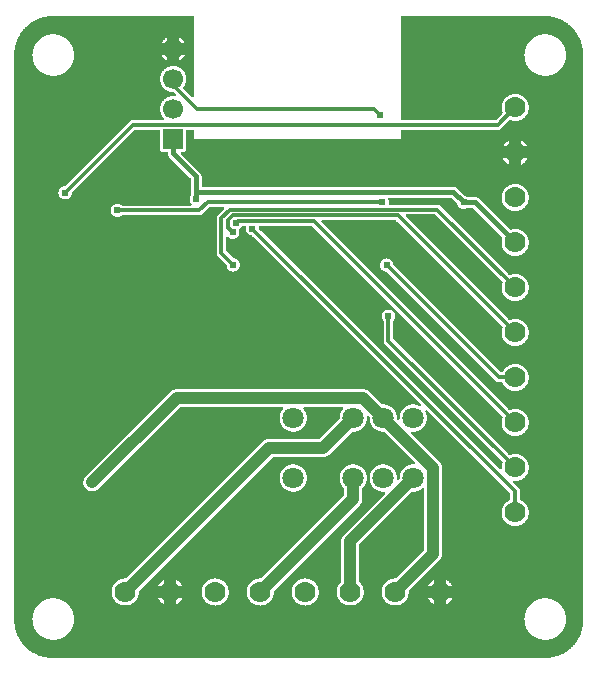
<source format=gbl>
G04 Layer: BottomLayer*
G04 EasyEDA v6.3.22, 2020-01-08T21:12:26+01:00*
G04 b28a7935c23a4a24a3ae34985d5a7298,2d2f38d6ccaf4c36845c7e91a662877a,10*
G04 Gerber Generator version 0.2*
G04 Scale: 100 percent, Rotated: No, Reflected: No *
G04 Dimensions in millimeters *
G04 leading zeros omitted , absolute positions ,3 integer and 3 decimal *
%FSLAX33Y33*%
%MOMM*%
G90*
G71D02*

%ADD12C,0.299999*%
%ADD13C,0.399999*%
%ADD14C,0.999998*%
%ADD18C,0.610006*%
%ADD36C,1.799996*%
%ADD37R,1.699997X1.699997*%
%ADD38C,1.699997*%
%ADD39C,1.778000*%

%LPD*%
G36*
G01X15392Y54607D02*
G01X3500Y54607D01*
G01X3417Y54606D01*
G01X3335Y54603D01*
G01X3253Y54598D01*
G01X3172Y54590D01*
G01X3090Y54581D01*
G01X3008Y54569D01*
G01X2927Y54556D01*
G01X2847Y54540D01*
G01X2766Y54523D01*
G01X2686Y54503D01*
G01X2607Y54482D01*
G01X2528Y54458D01*
G01X2451Y54433D01*
G01X2373Y54405D01*
G01X2296Y54375D01*
G01X2221Y54344D01*
G01X2145Y54311D01*
G01X2071Y54276D01*
G01X1925Y54200D01*
G01X1854Y54158D01*
G01X1784Y54116D01*
G01X1715Y54072D01*
G01X1646Y54026D01*
G01X1580Y53978D01*
G01X1514Y53928D01*
G01X1450Y53877D01*
G01X1387Y53825D01*
G01X1325Y53770D01*
G01X1265Y53714D01*
G01X1206Y53657D01*
G01X1149Y53598D01*
G01X1093Y53538D01*
G01X1038Y53476D01*
G01X986Y53413D01*
G01X935Y53349D01*
G01X885Y53283D01*
G01X837Y53217D01*
G01X747Y53079D01*
G01X705Y53009D01*
G01X664Y52938D01*
G01X625Y52865D01*
G01X587Y52792D01*
G01X552Y52718D01*
G01X519Y52643D01*
G01X488Y52567D01*
G01X458Y52490D01*
G01X430Y52412D01*
G01X405Y52335D01*
G01X381Y52256D01*
G01X360Y52177D01*
G01X340Y52097D01*
G01X323Y52016D01*
G01X307Y51936D01*
G01X294Y51855D01*
G01X282Y51773D01*
G01X273Y51692D01*
G01X265Y51610D01*
G01X260Y51528D01*
G01X257Y51446D01*
G01X256Y51363D01*
G01X256Y3499D01*
G01X257Y3417D01*
G01X260Y3335D01*
G01X265Y3253D01*
G01X273Y3171D01*
G01X282Y3090D01*
G01X294Y3008D01*
G01X307Y2927D01*
G01X323Y2846D01*
G01X340Y2766D01*
G01X360Y2686D01*
G01X381Y2607D01*
G01X405Y2528D01*
G01X430Y2450D01*
G01X458Y2373D01*
G01X488Y2296D01*
G01X519Y2220D01*
G01X552Y2145D01*
G01X587Y2071D01*
G01X625Y1997D01*
G01X664Y1925D01*
G01X705Y1854D01*
G01X747Y1784D01*
G01X837Y1646D01*
G01X885Y1580D01*
G01X935Y1514D01*
G01X986Y1450D01*
G01X1038Y1387D01*
G01X1093Y1325D01*
G01X1149Y1265D01*
G01X1206Y1206D01*
G01X1265Y1149D01*
G01X1325Y1093D01*
G01X1387Y1038D01*
G01X1450Y986D01*
G01X1514Y935D01*
G01X1580Y885D01*
G01X1646Y837D01*
G01X1715Y791D01*
G01X1784Y747D01*
G01X1854Y704D01*
G01X1925Y663D01*
G01X2071Y587D01*
G01X2145Y552D01*
G01X2221Y519D01*
G01X2296Y488D01*
G01X2373Y458D01*
G01X2451Y430D01*
G01X2528Y405D01*
G01X2607Y381D01*
G01X2686Y360D01*
G01X2766Y340D01*
G01X2846Y323D01*
G01X2927Y307D01*
G01X3008Y294D01*
G01X3090Y282D01*
G01X3172Y273D01*
G01X3253Y265D01*
G01X3335Y260D01*
G01X3417Y257D01*
G01X3500Y256D01*
G01X45188Y256D01*
G01X45269Y257D01*
G01X45352Y260D01*
G01X45434Y265D01*
G01X45516Y273D01*
G01X45597Y282D01*
G01X45679Y294D01*
G01X45760Y307D01*
G01X45840Y323D01*
G01X45921Y340D01*
G01X46000Y360D01*
G01X46080Y381D01*
G01X46158Y405D01*
G01X46237Y430D01*
G01X46314Y458D01*
G01X46391Y488D01*
G01X46467Y519D01*
G01X46541Y552D01*
G01X46616Y587D01*
G01X46689Y625D01*
G01X46761Y663D01*
G01X46833Y705D01*
G01X46903Y747D01*
G01X46972Y791D01*
G01X47040Y837D01*
G01X47107Y885D01*
G01X47173Y935D01*
G01X47237Y986D01*
G01X47300Y1038D01*
G01X47362Y1093D01*
G01X47422Y1149D01*
G01X47481Y1206D01*
G01X47538Y1265D01*
G01X47594Y1325D01*
G01X47648Y1387D01*
G01X47701Y1450D01*
G01X47753Y1514D01*
G01X47802Y1580D01*
G01X47850Y1646D01*
G01X47896Y1715D01*
G01X47940Y1784D01*
G01X47983Y1854D01*
G01X48023Y1925D01*
G01X48062Y1998D01*
G01X48100Y2071D01*
G01X48135Y2145D01*
G01X48168Y2220D01*
G01X48200Y2296D01*
G01X48229Y2373D01*
G01X48257Y2451D01*
G01X48282Y2528D01*
G01X48306Y2607D01*
G01X48328Y2686D01*
G01X48347Y2766D01*
G01X48365Y2847D01*
G01X48380Y2927D01*
G01X48394Y3008D01*
G01X48405Y3090D01*
G01X48414Y3171D01*
G01X48422Y3253D01*
G01X48427Y3335D01*
G01X48430Y3417D01*
G01X48431Y3500D01*
G01X48431Y51363D01*
G01X48430Y51446D01*
G01X48427Y51528D01*
G01X48422Y51610D01*
G01X48414Y51692D01*
G01X48405Y51773D01*
G01X48394Y51855D01*
G01X48380Y51936D01*
G01X48365Y52016D01*
G01X48347Y52097D01*
G01X48328Y52177D01*
G01X48306Y52256D01*
G01X48282Y52335D01*
G01X48257Y52412D01*
G01X48229Y52490D01*
G01X48200Y52567D01*
G01X48168Y52643D01*
G01X48135Y52718D01*
G01X48100Y52792D01*
G01X48062Y52865D01*
G01X48023Y52938D01*
G01X47983Y53009D01*
G01X47940Y53079D01*
G01X47896Y53148D01*
G01X47850Y53217D01*
G01X47802Y53283D01*
G01X47753Y53349D01*
G01X47701Y53413D01*
G01X47648Y53476D01*
G01X47594Y53538D01*
G01X47538Y53598D01*
G01X47481Y53657D01*
G01X47422Y53714D01*
G01X47362Y53770D01*
G01X47300Y53825D01*
G01X47237Y53877D01*
G01X47173Y53928D01*
G01X47107Y53978D01*
G01X47040Y54026D01*
G01X46972Y54072D01*
G01X46903Y54116D01*
G01X46833Y54158D01*
G01X46761Y54200D01*
G01X46689Y54238D01*
G01X46616Y54276D01*
G01X46541Y54311D01*
G01X46467Y54344D01*
G01X46391Y54375D01*
G01X46314Y54405D01*
G01X46237Y54433D01*
G01X46158Y54458D01*
G01X46080Y54482D01*
G01X46000Y54503D01*
G01X45921Y54523D01*
G01X45840Y54540D01*
G01X45760Y54556D01*
G01X45679Y54569D01*
G01X45597Y54581D01*
G01X45516Y54590D01*
G01X45434Y54598D01*
G01X45352Y54603D01*
G01X45269Y54606D01*
G01X45188Y54607D01*
G01X33121Y54607D01*
G01X33107Y54606D01*
G01X33093Y54603D01*
G01X33079Y54598D01*
G01X33066Y54591D01*
G01X33055Y54582D01*
G01X33044Y54572D01*
G01X33036Y54560D01*
G01X33029Y54548D01*
G01X33024Y54534D01*
G01X33021Y54520D01*
G01X33020Y54505D01*
G01X33020Y45885D01*
G01X33021Y45870D01*
G01X33024Y45856D01*
G01X33029Y45842D01*
G01X33036Y45830D01*
G01X33044Y45818D01*
G01X33055Y45808D01*
G01X33066Y45799D01*
G01X33079Y45792D01*
G01X33093Y45787D01*
G01X33107Y45784D01*
G01X33121Y45783D01*
G01X40977Y45783D01*
G01X40993Y45785D01*
G01X41009Y45788D01*
G01X41024Y45794D01*
G01X41037Y45803D01*
G01X41050Y45813D01*
G01X41579Y46344D01*
G01X41590Y46356D01*
G01X41598Y46369D01*
G01X41604Y46384D01*
G01X41608Y46400D01*
G01X41609Y46415D01*
G01X41607Y46434D01*
G01X41602Y46452D01*
G01X41584Y46501D01*
G01X41569Y46552D01*
G01X41556Y46602D01*
G01X41545Y46654D01*
G01X41537Y46706D01*
G01X41531Y46758D01*
G01X41527Y46810D01*
G01X41526Y46863D01*
G01X41527Y46911D01*
G01X41530Y46960D01*
G01X41535Y47008D01*
G01X41542Y47056D01*
G01X41552Y47104D01*
G01X41563Y47151D01*
G01X41576Y47198D01*
G01X41592Y47244D01*
G01X41609Y47290D01*
G01X41628Y47334D01*
G01X41648Y47378D01*
G01X41671Y47421D01*
G01X41696Y47463D01*
G01X41723Y47504D01*
G01X41751Y47544D01*
G01X41781Y47582D01*
G01X41812Y47619D01*
G01X41845Y47655D01*
G01X41879Y47690D01*
G01X41915Y47723D01*
G01X41952Y47754D01*
G01X41990Y47784D01*
G01X42030Y47811D01*
G01X42071Y47838D01*
G01X42113Y47863D01*
G01X42156Y47886D01*
G01X42200Y47906D01*
G01X42244Y47925D01*
G01X42290Y47943D01*
G01X42336Y47958D01*
G01X42383Y47971D01*
G01X42430Y47982D01*
G01X42478Y47992D01*
G01X42526Y47999D01*
G01X42575Y48004D01*
G01X42623Y48007D01*
G01X42672Y48008D01*
G01X42720Y48007D01*
G01X42769Y48004D01*
G01X42817Y47999D01*
G01X42865Y47992D01*
G01X42913Y47982D01*
G01X42960Y47971D01*
G01X43007Y47958D01*
G01X43053Y47943D01*
G01X43099Y47925D01*
G01X43143Y47906D01*
G01X43187Y47886D01*
G01X43230Y47863D01*
G01X43272Y47838D01*
G01X43313Y47811D01*
G01X43353Y47784D01*
G01X43391Y47754D01*
G01X43428Y47723D01*
G01X43464Y47690D01*
G01X43499Y47655D01*
G01X43532Y47619D01*
G01X43563Y47582D01*
G01X43593Y47544D01*
G01X43620Y47504D01*
G01X43647Y47463D01*
G01X43672Y47421D01*
G01X43695Y47378D01*
G01X43715Y47334D01*
G01X43734Y47290D01*
G01X43752Y47244D01*
G01X43767Y47198D01*
G01X43780Y47151D01*
G01X43791Y47104D01*
G01X43801Y47056D01*
G01X43808Y47008D01*
G01X43813Y46960D01*
G01X43816Y46911D01*
G01X43817Y46863D01*
G01X43816Y46814D01*
G01X43813Y46765D01*
G01X43808Y46717D01*
G01X43801Y46669D01*
G01X43791Y46621D01*
G01X43780Y46574D01*
G01X43767Y46527D01*
G01X43752Y46481D01*
G01X43734Y46435D01*
G01X43715Y46391D01*
G01X43695Y46347D01*
G01X43672Y46304D01*
G01X43647Y46262D01*
G01X43620Y46221D01*
G01X43593Y46181D01*
G01X43563Y46143D01*
G01X43532Y46106D01*
G01X43499Y46070D01*
G01X43464Y46035D01*
G01X43428Y46002D01*
G01X43391Y45971D01*
G01X43353Y45941D01*
G01X43313Y45914D01*
G01X43272Y45887D01*
G01X43230Y45862D01*
G01X43187Y45839D01*
G01X43143Y45819D01*
G01X43099Y45800D01*
G01X43053Y45782D01*
G01X43007Y45767D01*
G01X42960Y45754D01*
G01X42913Y45743D01*
G01X42865Y45733D01*
G01X42817Y45726D01*
G01X42769Y45721D01*
G01X42720Y45718D01*
G01X42672Y45717D01*
G01X42619Y45718D01*
G01X42567Y45722D01*
G01X42515Y45728D01*
G01X42464Y45736D01*
G01X42412Y45746D01*
G01X42362Y45760D01*
G01X42312Y45775D01*
G01X42263Y45792D01*
G01X42245Y45797D01*
G01X42227Y45799D01*
G01X42211Y45798D01*
G01X42195Y45794D01*
G01X42180Y45788D01*
G01X42167Y45779D01*
G01X42154Y45769D01*
G01X41476Y45090D01*
G01X41455Y45070D01*
G01X41432Y45051D01*
G01X41408Y45035D01*
G01X41383Y45020D01*
G01X41357Y45007D01*
G01X41330Y44996D01*
G01X41303Y44986D01*
G01X41275Y44979D01*
G01X41246Y44974D01*
G01X41217Y44971D01*
G01X41188Y44970D01*
G01X33121Y44970D01*
G01X33107Y44969D01*
G01X33093Y44966D01*
G01X33079Y44961D01*
G01X33066Y44954D01*
G01X33055Y44945D01*
G01X33044Y44935D01*
G01X33036Y44923D01*
G01X33029Y44911D01*
G01X33024Y44897D01*
G01X33021Y44883D01*
G01X33020Y44869D01*
G01X33020Y44196D01*
G01X15494Y44196D01*
G01X15494Y44869D01*
G01X15493Y44883D01*
G01X15489Y44897D01*
G01X15484Y44911D01*
G01X15477Y44923D01*
G01X15469Y44935D01*
G01X15458Y44945D01*
G01X15447Y44954D01*
G01X15434Y44961D01*
G01X15420Y44966D01*
G01X15406Y44969D01*
G01X15392Y44970D01*
G01X14924Y44970D01*
G01X14909Y44969D01*
G01X14895Y44966D01*
G01X14881Y44961D01*
G01X14869Y44954D01*
G01X14857Y44945D01*
G01X14847Y44935D01*
G01X14838Y44923D01*
G01X14831Y44911D01*
G01X14826Y44897D01*
G01X14823Y44883D01*
G01X14822Y44869D01*
G01X14822Y43346D01*
G01X14821Y43322D01*
G01X14817Y43298D01*
G01X14812Y43276D01*
G01X14805Y43253D01*
G01X14795Y43231D01*
G01X14783Y43210D01*
G01X14770Y43191D01*
G01X14755Y43173D01*
G01X14738Y43156D01*
G01X14720Y43141D01*
G01X14701Y43128D01*
G01X14680Y43116D01*
G01X14658Y43106D01*
G01X14636Y43099D01*
G01X14613Y43094D01*
G01X14589Y43090D01*
G01X14565Y43089D01*
G01X14484Y43089D01*
G01X14469Y43088D01*
G01X14455Y43085D01*
G01X14441Y43080D01*
G01X14429Y43073D01*
G01X14417Y43064D01*
G01X14407Y43054D01*
G01X14398Y43042D01*
G01X14391Y43030D01*
G01X14386Y43016D01*
G01X14383Y43002D01*
G01X14382Y42987D01*
G01X14383Y42972D01*
G01X14387Y42956D01*
G01X14393Y42941D01*
G01X14401Y42928D01*
G01X14412Y42916D01*
G01X15981Y41346D01*
G01X16004Y41322D01*
G01X16024Y41297D01*
G01X16043Y41270D01*
G01X16059Y41242D01*
G01X16074Y41213D01*
G01X16086Y41183D01*
G01X16097Y41152D01*
G01X16105Y41120D01*
G01X16111Y41088D01*
G01X16114Y41056D01*
G01X16115Y41023D01*
G01X16115Y40240D01*
G01X16116Y40225D01*
G01X16119Y40211D01*
G01X16124Y40198D01*
G01X16131Y40185D01*
G01X16140Y40174D01*
G01X16150Y40164D01*
G01X16162Y40154D01*
G01X16175Y40148D01*
G01X16188Y40143D01*
G01X16202Y40140D01*
G01X16217Y40139D01*
G01X37442Y40139D01*
G01X37474Y40137D01*
G01X37507Y40134D01*
G01X37539Y40128D01*
G01X37571Y40120D01*
G01X37602Y40110D01*
G01X37632Y40097D01*
G01X37661Y40082D01*
G01X37689Y40066D01*
G01X37716Y40047D01*
G01X37741Y40026D01*
G01X37765Y40005D01*
G01X38366Y39402D01*
G01X38376Y39392D01*
G01X38389Y39385D01*
G01X38402Y39379D01*
G01X38416Y39375D01*
G01X38454Y39364D01*
G01X38492Y39352D01*
G01X38529Y39336D01*
G01X38564Y39319D01*
G01X38598Y39298D01*
G01X38611Y39292D01*
G01X38625Y39287D01*
G01X38639Y39284D01*
G01X38653Y39283D01*
G01X39278Y39283D01*
G01X39311Y39281D01*
G01X39343Y39278D01*
G01X39375Y39272D01*
G01X39407Y39264D01*
G01X39438Y39254D01*
G01X39468Y39241D01*
G01X39497Y39227D01*
G01X39525Y39210D01*
G01X39552Y39191D01*
G01X39577Y39171D01*
G01X39601Y39149D01*
G01X42206Y36544D01*
G01X42218Y36533D01*
G01X42232Y36525D01*
G01X42246Y36519D01*
G01X42262Y36516D01*
G01X42278Y36514D01*
G01X42294Y36516D01*
G01X42310Y36520D01*
G01X42360Y36535D01*
G01X42411Y36548D01*
G01X42462Y36559D01*
G01X42514Y36567D01*
G01X42566Y36573D01*
G01X42619Y36577D01*
G01X42672Y36578D01*
G01X42720Y36577D01*
G01X42769Y36574D01*
G01X42817Y36569D01*
G01X42865Y36562D01*
G01X42913Y36552D01*
G01X42960Y36541D01*
G01X43007Y36528D01*
G01X43053Y36513D01*
G01X43099Y36495D01*
G01X43143Y36476D01*
G01X43187Y36456D01*
G01X43230Y36433D01*
G01X43272Y36408D01*
G01X43313Y36381D01*
G01X43353Y36354D01*
G01X43391Y36324D01*
G01X43428Y36293D01*
G01X43464Y36260D01*
G01X43499Y36225D01*
G01X43532Y36189D01*
G01X43563Y36152D01*
G01X43593Y36114D01*
G01X43620Y36074D01*
G01X43647Y36033D01*
G01X43672Y35991D01*
G01X43695Y35948D01*
G01X43715Y35904D01*
G01X43734Y35860D01*
G01X43752Y35814D01*
G01X43767Y35768D01*
G01X43780Y35721D01*
G01X43791Y35674D01*
G01X43801Y35626D01*
G01X43808Y35578D01*
G01X43813Y35530D01*
G01X43816Y35481D01*
G01X43817Y35433D01*
G01X43816Y35384D01*
G01X43813Y35335D01*
G01X43808Y35287D01*
G01X43801Y35239D01*
G01X43791Y35191D01*
G01X43780Y35144D01*
G01X43767Y35097D01*
G01X43752Y35051D01*
G01X43734Y35005D01*
G01X43715Y34961D01*
G01X43695Y34917D01*
G01X43672Y34874D01*
G01X43647Y34832D01*
G01X43620Y34791D01*
G01X43593Y34751D01*
G01X43563Y34713D01*
G01X43532Y34676D01*
G01X43499Y34640D01*
G01X43464Y34605D01*
G01X43428Y34572D01*
G01X43391Y34541D01*
G01X43353Y34511D01*
G01X43313Y34484D01*
G01X43272Y34457D01*
G01X43230Y34432D01*
G01X43187Y34409D01*
G01X43143Y34389D01*
G01X43099Y34370D01*
G01X43053Y34352D01*
G01X43007Y34337D01*
G01X42960Y34324D01*
G01X42913Y34313D01*
G01X42865Y34303D01*
G01X42817Y34296D01*
G01X42769Y34291D01*
G01X42720Y34288D01*
G01X42672Y34287D01*
G01X42623Y34288D01*
G01X42575Y34291D01*
G01X42526Y34296D01*
G01X42478Y34303D01*
G01X42430Y34313D01*
G01X42383Y34324D01*
G01X42336Y34337D01*
G01X42290Y34352D01*
G01X42244Y34370D01*
G01X42200Y34389D01*
G01X42156Y34409D01*
G01X42113Y34432D01*
G01X42071Y34457D01*
G01X42030Y34484D01*
G01X41990Y34511D01*
G01X41952Y34541D01*
G01X41915Y34572D01*
G01X41879Y34605D01*
G01X41845Y34640D01*
G01X41812Y34676D01*
G01X41781Y34713D01*
G01X41751Y34751D01*
G01X41723Y34791D01*
G01X41696Y34832D01*
G01X41671Y34874D01*
G01X41648Y34917D01*
G01X41628Y34961D01*
G01X41609Y35005D01*
G01X41592Y35051D01*
G01X41576Y35097D01*
G01X41563Y35144D01*
G01X41552Y35191D01*
G01X41542Y35239D01*
G01X41535Y35287D01*
G01X41530Y35335D01*
G01X41527Y35384D01*
G01X41526Y35433D01*
G01X41527Y35485D01*
G01X41531Y35538D01*
G01X41537Y35590D01*
G01X41545Y35642D01*
G01X41556Y35693D01*
G01X41569Y35744D01*
G01X41584Y35794D01*
G01X41588Y35810D01*
G01X41590Y35826D01*
G01X41588Y35842D01*
G01X41585Y35858D01*
G01X41579Y35872D01*
G01X41571Y35886D01*
G01X41560Y35898D01*
G01X39119Y38340D01*
G01X39106Y38350D01*
G01X39093Y38359D01*
G01X39078Y38365D01*
G01X39063Y38368D01*
G01X39047Y38369D01*
G01X38653Y38369D01*
G01X38639Y38368D01*
G01X38625Y38365D01*
G01X38611Y38360D01*
G01X38598Y38354D01*
G01X38568Y38335D01*
G01X38536Y38319D01*
G01X38503Y38305D01*
G01X38470Y38293D01*
G01X38436Y38282D01*
G01X38401Y38275D01*
G01X38366Y38269D01*
G01X38331Y38266D01*
G01X38295Y38265D01*
G01X38261Y38266D01*
G01X38226Y38269D01*
G01X38192Y38274D01*
G01X38158Y38281D01*
G01X38124Y38291D01*
G01X38092Y38302D01*
G01X38060Y38316D01*
G01X38029Y38332D01*
G01X37999Y38349D01*
G01X37970Y38368D01*
G01X37943Y38389D01*
G01X37916Y38411D01*
G01X37891Y38435D01*
G01X37868Y38461D01*
G01X37847Y38488D01*
G01X37827Y38517D01*
G01X37808Y38546D01*
G01X37792Y38577D01*
G01X37777Y38608D01*
G01X37765Y38641D01*
G01X37755Y38674D01*
G01X37746Y38707D01*
G01X37742Y38721D01*
G01X37736Y38734D01*
G01X37728Y38746D01*
G01X37719Y38757D01*
G01X37282Y39196D01*
G01X37270Y39206D01*
G01X37256Y39214D01*
G01X37242Y39220D01*
G01X37226Y39224D01*
G01X37210Y39225D01*
G01X32028Y39225D01*
G01X32014Y39224D01*
G01X31999Y39221D01*
G01X31986Y39216D01*
G01X31973Y39209D01*
G01X31961Y39200D01*
G01X31951Y39190D01*
G01X31943Y39178D01*
G01X31936Y39166D01*
G01X31931Y39153D01*
G01X31927Y39138D01*
G01X31926Y39124D01*
G01X31928Y39105D01*
G01X31934Y39087D01*
G01X31946Y39053D01*
G01X31956Y39019D01*
G01X31963Y38984D01*
G01X31969Y38950D01*
G01X31972Y38915D01*
G01X31973Y38879D01*
G01X31972Y38836D01*
G01X31966Y38793D01*
G01X31958Y38750D01*
G01X31956Y38727D01*
G01X31957Y38713D01*
G01X31960Y38698D01*
G01X31965Y38685D01*
G01X31972Y38672D01*
G01X31980Y38660D01*
G01X31991Y38650D01*
G01X32002Y38642D01*
G01X32015Y38634D01*
G01X32028Y38629D01*
G01X32043Y38626D01*
G01X32057Y38625D01*
G01X36075Y38625D01*
G01X36104Y38624D01*
G01X36133Y38621D01*
G01X36162Y38616D01*
G01X36189Y38609D01*
G01X36217Y38600D01*
G01X36244Y38589D01*
G01X36270Y38575D01*
G01X36295Y38561D01*
G01X36319Y38545D01*
G01X36341Y38526D01*
G01X36363Y38506D01*
G01X42154Y32715D01*
G01X42166Y32705D01*
G01X42179Y32696D01*
G01X42194Y32690D01*
G01X42210Y32687D01*
G01X42226Y32686D01*
G01X42244Y32687D01*
G01X42262Y32692D01*
G01X42311Y32710D01*
G01X42361Y32725D01*
G01X42412Y32738D01*
G01X42463Y32749D01*
G01X42515Y32757D01*
G01X42567Y32763D01*
G01X42619Y32767D01*
G01X42672Y32768D01*
G01X42720Y32767D01*
G01X42769Y32764D01*
G01X42817Y32759D01*
G01X42865Y32752D01*
G01X42913Y32742D01*
G01X42960Y32731D01*
G01X43007Y32718D01*
G01X43053Y32703D01*
G01X43099Y32685D01*
G01X43143Y32666D01*
G01X43187Y32646D01*
G01X43230Y32623D01*
G01X43272Y32598D01*
G01X43313Y32571D01*
G01X43353Y32544D01*
G01X43391Y32514D01*
G01X43428Y32483D01*
G01X43464Y32450D01*
G01X43499Y32415D01*
G01X43532Y32379D01*
G01X43563Y32342D01*
G01X43593Y32304D01*
G01X43620Y32264D01*
G01X43647Y32223D01*
G01X43672Y32181D01*
G01X43695Y32138D01*
G01X43715Y32094D01*
G01X43734Y32050D01*
G01X43752Y32004D01*
G01X43767Y31958D01*
G01X43780Y31911D01*
G01X43791Y31864D01*
G01X43801Y31816D01*
G01X43808Y31768D01*
G01X43813Y31720D01*
G01X43816Y31671D01*
G01X43817Y31623D01*
G01X43816Y31574D01*
G01X43813Y31525D01*
G01X43808Y31477D01*
G01X43801Y31429D01*
G01X43791Y31381D01*
G01X43780Y31334D01*
G01X43767Y31287D01*
G01X43752Y31241D01*
G01X43734Y31195D01*
G01X43715Y31151D01*
G01X43695Y31107D01*
G01X43672Y31064D01*
G01X43647Y31022D01*
G01X43620Y30981D01*
G01X43593Y30941D01*
G01X43563Y30903D01*
G01X43532Y30866D01*
G01X43499Y30830D01*
G01X43464Y30795D01*
G01X43428Y30762D01*
G01X43391Y30731D01*
G01X43353Y30701D01*
G01X43313Y30674D01*
G01X43272Y30647D01*
G01X43230Y30622D01*
G01X43187Y30599D01*
G01X43143Y30579D01*
G01X43099Y30560D01*
G01X43053Y30542D01*
G01X43007Y30527D01*
G01X42960Y30514D01*
G01X42913Y30503D01*
G01X42865Y30493D01*
G01X42817Y30486D01*
G01X42769Y30481D01*
G01X42720Y30478D01*
G01X42672Y30477D01*
G01X42623Y30478D01*
G01X42575Y30481D01*
G01X42526Y30486D01*
G01X42478Y30493D01*
G01X42430Y30503D01*
G01X42383Y30514D01*
G01X42336Y30527D01*
G01X42290Y30542D01*
G01X42244Y30560D01*
G01X42200Y30579D01*
G01X42156Y30599D01*
G01X42113Y30622D01*
G01X42071Y30647D01*
G01X42030Y30674D01*
G01X41990Y30701D01*
G01X41952Y30731D01*
G01X41915Y30762D01*
G01X41879Y30795D01*
G01X41845Y30830D01*
G01X41812Y30866D01*
G01X41781Y30903D01*
G01X41751Y30941D01*
G01X41723Y30981D01*
G01X41696Y31022D01*
G01X41671Y31064D01*
G01X41648Y31107D01*
G01X41628Y31151D01*
G01X41609Y31195D01*
G01X41592Y31241D01*
G01X41576Y31287D01*
G01X41563Y31334D01*
G01X41552Y31381D01*
G01X41542Y31429D01*
G01X41535Y31477D01*
G01X41530Y31525D01*
G01X41527Y31574D01*
G01X41526Y31623D01*
G01X41527Y31675D01*
G01X41531Y31727D01*
G01X41537Y31779D01*
G01X41545Y31831D01*
G01X41556Y31882D01*
G01X41569Y31933D01*
G01X41584Y31983D01*
G01X41602Y32032D01*
G01X41607Y32050D01*
G01X41608Y32069D01*
G01X41607Y32084D01*
G01X41604Y32100D01*
G01X41598Y32115D01*
G01X41589Y32128D01*
G01X41579Y32140D01*
G01X35936Y37783D01*
G01X35924Y37793D01*
G01X35911Y37801D01*
G01X35896Y37807D01*
G01X35881Y37811D01*
G01X35865Y37812D01*
G01X33492Y37812D01*
G01X33477Y37811D01*
G01X33464Y37808D01*
G01X33450Y37803D01*
G01X33437Y37796D01*
G01X33425Y37788D01*
G01X33415Y37777D01*
G01X33407Y37766D01*
G01X33400Y37753D01*
G01X33394Y37739D01*
G01X33391Y37725D01*
G01X33390Y37711D01*
G01X33391Y37695D01*
G01X33395Y37679D01*
G01X33402Y37665D01*
G01X33410Y37651D01*
G01X33420Y37639D01*
G01X42154Y28905D01*
G01X42166Y28895D01*
G01X42179Y28886D01*
G01X42194Y28880D01*
G01X42210Y28877D01*
G01X42226Y28876D01*
G01X42244Y28877D01*
G01X42262Y28882D01*
G01X42311Y28900D01*
G01X42361Y28915D01*
G01X42412Y28928D01*
G01X42463Y28939D01*
G01X42515Y28947D01*
G01X42567Y28953D01*
G01X42619Y28957D01*
G01X42672Y28958D01*
G01X42720Y28957D01*
G01X42769Y28954D01*
G01X42817Y28949D01*
G01X42865Y28942D01*
G01X42913Y28932D01*
G01X42960Y28921D01*
G01X43007Y28908D01*
G01X43053Y28893D01*
G01X43099Y28875D01*
G01X43143Y28856D01*
G01X43187Y28836D01*
G01X43230Y28813D01*
G01X43272Y28788D01*
G01X43313Y28761D01*
G01X43353Y28734D01*
G01X43391Y28704D01*
G01X43428Y28673D01*
G01X43464Y28640D01*
G01X43499Y28605D01*
G01X43532Y28569D01*
G01X43563Y28532D01*
G01X43593Y28494D01*
G01X43620Y28454D01*
G01X43647Y28413D01*
G01X43672Y28371D01*
G01X43695Y28328D01*
G01X43715Y28284D01*
G01X43734Y28240D01*
G01X43752Y28194D01*
G01X43767Y28148D01*
G01X43780Y28101D01*
G01X43791Y28054D01*
G01X43801Y28006D01*
G01X43808Y27958D01*
G01X43813Y27910D01*
G01X43816Y27861D01*
G01X43817Y27813D01*
G01X43816Y27764D01*
G01X43813Y27715D01*
G01X43808Y27667D01*
G01X43801Y27619D01*
G01X43791Y27571D01*
G01X43780Y27524D01*
G01X43767Y27477D01*
G01X43752Y27431D01*
G01X43734Y27385D01*
G01X43715Y27341D01*
G01X43695Y27297D01*
G01X43672Y27254D01*
G01X43647Y27212D01*
G01X43620Y27171D01*
G01X43593Y27131D01*
G01X43563Y27093D01*
G01X43532Y27056D01*
G01X43499Y27020D01*
G01X43464Y26985D01*
G01X43428Y26952D01*
G01X43391Y26921D01*
G01X43353Y26891D01*
G01X43313Y26864D01*
G01X43272Y26837D01*
G01X43230Y26812D01*
G01X43187Y26789D01*
G01X43143Y26769D01*
G01X43099Y26750D01*
G01X43053Y26732D01*
G01X43007Y26717D01*
G01X42960Y26704D01*
G01X42913Y26693D01*
G01X42865Y26683D01*
G01X42817Y26676D01*
G01X42769Y26671D01*
G01X42720Y26668D01*
G01X42672Y26667D01*
G01X42623Y26668D01*
G01X42575Y26671D01*
G01X42526Y26676D01*
G01X42478Y26683D01*
G01X42430Y26693D01*
G01X42383Y26704D01*
G01X42336Y26717D01*
G01X42290Y26732D01*
G01X42244Y26750D01*
G01X42200Y26769D01*
G01X42156Y26789D01*
G01X42113Y26812D01*
G01X42071Y26837D01*
G01X42030Y26864D01*
G01X41990Y26891D01*
G01X41952Y26921D01*
G01X41915Y26952D01*
G01X41879Y26985D01*
G01X41845Y27020D01*
G01X41812Y27056D01*
G01X41781Y27093D01*
G01X41751Y27131D01*
G01X41723Y27171D01*
G01X41696Y27212D01*
G01X41671Y27254D01*
G01X41648Y27297D01*
G01X41628Y27341D01*
G01X41609Y27385D01*
G01X41592Y27431D01*
G01X41576Y27477D01*
G01X41563Y27524D01*
G01X41552Y27571D01*
G01X41542Y27619D01*
G01X41535Y27667D01*
G01X41530Y27715D01*
G01X41527Y27764D01*
G01X41526Y27813D01*
G01X41527Y27865D01*
G01X41531Y27917D01*
G01X41537Y27969D01*
G01X41545Y28021D01*
G01X41556Y28072D01*
G01X41569Y28123D01*
G01X41584Y28173D01*
G01X41602Y28222D01*
G01X41607Y28240D01*
G01X41608Y28259D01*
G01X41607Y28274D01*
G01X41604Y28290D01*
G01X41598Y28305D01*
G01X41589Y28318D01*
G01X41579Y28330D01*
G01X32617Y37292D01*
G01X32605Y37303D01*
G01X32591Y37311D01*
G01X32576Y37317D01*
G01X32561Y37321D01*
G01X32545Y37322D01*
G01X26362Y37322D01*
G01X26347Y37321D01*
G01X26334Y37318D01*
G01X26320Y37313D01*
G01X26307Y37306D01*
G01X26296Y37297D01*
G01X26286Y37287D01*
G01X26277Y37276D01*
G01X26270Y37263D01*
G01X26265Y37249D01*
G01X26262Y37235D01*
G01X26261Y37221D01*
G01X26262Y37204D01*
G01X26266Y37189D01*
G01X26272Y37174D01*
G01X26280Y37161D01*
G01X26290Y37149D01*
G01X42154Y21285D01*
G01X42166Y21275D01*
G01X42179Y21266D01*
G01X42194Y21260D01*
G01X42210Y21257D01*
G01X42226Y21256D01*
G01X42244Y21257D01*
G01X42262Y21262D01*
G01X42311Y21280D01*
G01X42361Y21295D01*
G01X42412Y21308D01*
G01X42463Y21319D01*
G01X42515Y21327D01*
G01X42567Y21333D01*
G01X42619Y21337D01*
G01X42672Y21338D01*
G01X42720Y21337D01*
G01X42769Y21334D01*
G01X42817Y21329D01*
G01X42865Y21322D01*
G01X42913Y21312D01*
G01X42960Y21301D01*
G01X43007Y21288D01*
G01X43053Y21273D01*
G01X43099Y21255D01*
G01X43143Y21236D01*
G01X43187Y21216D01*
G01X43230Y21193D01*
G01X43272Y21168D01*
G01X43313Y21141D01*
G01X43353Y21114D01*
G01X43391Y21084D01*
G01X43428Y21053D01*
G01X43464Y21020D01*
G01X43499Y20985D01*
G01X43532Y20949D01*
G01X43563Y20912D01*
G01X43593Y20874D01*
G01X43620Y20834D01*
G01X43647Y20793D01*
G01X43672Y20751D01*
G01X43695Y20708D01*
G01X43715Y20664D01*
G01X43734Y20620D01*
G01X43752Y20574D01*
G01X43767Y20528D01*
G01X43780Y20481D01*
G01X43791Y20434D01*
G01X43801Y20386D01*
G01X43808Y20338D01*
G01X43813Y20290D01*
G01X43816Y20241D01*
G01X43817Y20193D01*
G01X43816Y20144D01*
G01X43813Y20095D01*
G01X43808Y20047D01*
G01X43801Y19999D01*
G01X43791Y19951D01*
G01X43780Y19904D01*
G01X43767Y19857D01*
G01X43752Y19811D01*
G01X43734Y19765D01*
G01X43715Y19721D01*
G01X43695Y19677D01*
G01X43672Y19634D01*
G01X43647Y19592D01*
G01X43620Y19551D01*
G01X43593Y19511D01*
G01X43563Y19473D01*
G01X43532Y19436D01*
G01X43499Y19400D01*
G01X43464Y19365D01*
G01X43428Y19332D01*
G01X43391Y19301D01*
G01X43353Y19271D01*
G01X43313Y19244D01*
G01X43272Y19217D01*
G01X43230Y19192D01*
G01X43187Y19169D01*
G01X43143Y19149D01*
G01X43099Y19130D01*
G01X43053Y19112D01*
G01X43007Y19097D01*
G01X42960Y19084D01*
G01X42913Y19073D01*
G01X42865Y19063D01*
G01X42817Y19056D01*
G01X42769Y19051D01*
G01X42720Y19048D01*
G01X42672Y19047D01*
G01X42623Y19048D01*
G01X42575Y19051D01*
G01X42526Y19056D01*
G01X42478Y19063D01*
G01X42430Y19073D01*
G01X42383Y19084D01*
G01X42336Y19097D01*
G01X42290Y19112D01*
G01X42244Y19130D01*
G01X42200Y19149D01*
G01X42156Y19169D01*
G01X42113Y19192D01*
G01X42071Y19217D01*
G01X42030Y19244D01*
G01X41990Y19271D01*
G01X41952Y19301D01*
G01X41915Y19332D01*
G01X41879Y19365D01*
G01X41845Y19400D01*
G01X41812Y19436D01*
G01X41781Y19473D01*
G01X41751Y19511D01*
G01X41723Y19551D01*
G01X41696Y19592D01*
G01X41671Y19634D01*
G01X41648Y19677D01*
G01X41628Y19721D01*
G01X41609Y19765D01*
G01X41592Y19811D01*
G01X41576Y19857D01*
G01X41563Y19904D01*
G01X41552Y19951D01*
G01X41542Y19999D01*
G01X41535Y20047D01*
G01X41530Y20095D01*
G01X41527Y20144D01*
G01X41526Y20193D01*
G01X41527Y20245D01*
G01X41531Y20297D01*
G01X41537Y20349D01*
G01X41545Y20401D01*
G01X41556Y20452D01*
G01X41569Y20503D01*
G01X41584Y20553D01*
G01X41602Y20602D01*
G01X41607Y20620D01*
G01X41608Y20639D01*
G01X41607Y20654D01*
G01X41604Y20670D01*
G01X41598Y20685D01*
G01X41589Y20698D01*
G01X41579Y20710D01*
G01X25479Y36810D01*
G01X25467Y36820D01*
G01X25453Y36828D01*
G01X25439Y36835D01*
G01X25423Y36838D01*
G01X25408Y36840D01*
G01X21064Y36840D01*
G01X21050Y36839D01*
G01X21035Y36836D01*
G01X21022Y36831D01*
G01X21009Y36823D01*
G01X20997Y36815D01*
G01X20987Y36805D01*
G01X20978Y36793D01*
G01X20971Y36780D01*
G01X20966Y36767D01*
G01X20963Y36752D01*
G01X20962Y36738D01*
G01X20964Y36718D01*
G01X20973Y36658D01*
G01X20976Y36640D01*
G01X20982Y36624D01*
G01X20991Y36608D01*
G01X21002Y36595D01*
G01X41354Y16243D01*
G01X41366Y16232D01*
G01X41380Y16224D01*
G01X41395Y16218D01*
G01X41410Y16214D01*
G01X41426Y16213D01*
G01X41441Y16214D01*
G01X41455Y16217D01*
G01X41469Y16222D01*
G01X41481Y16229D01*
G01X41493Y16238D01*
G01X41503Y16248D01*
G01X41512Y16260D01*
G01X41519Y16272D01*
G01X41524Y16286D01*
G01X41527Y16300D01*
G01X41528Y16314D01*
G01X41528Y16320D01*
G01X41526Y16383D01*
G01X41527Y16435D01*
G01X41531Y16487D01*
G01X41537Y16539D01*
G01X41545Y16591D01*
G01X41556Y16642D01*
G01X41569Y16693D01*
G01X41584Y16743D01*
G01X41602Y16792D01*
G01X41607Y16810D01*
G01X41608Y16829D01*
G01X41607Y16844D01*
G01X41604Y16860D01*
G01X41598Y16875D01*
G01X41589Y16888D01*
G01X41579Y16900D01*
G01X31653Y26826D01*
G01X31633Y26848D01*
G01X31614Y26870D01*
G01X31598Y26894D01*
G01X31583Y26919D01*
G01X31570Y26945D01*
G01X31559Y26972D01*
G01X31550Y27000D01*
G01X31543Y27028D01*
G01X31538Y27056D01*
G01X31535Y27085D01*
G01X31534Y27114D01*
G01X31534Y28771D01*
G01X31532Y28788D01*
G01X31528Y28806D01*
G01X31520Y28821D01*
G01X31510Y28836D01*
G01X31488Y28864D01*
G01X31468Y28894D01*
G01X31449Y28924D01*
G01X31433Y28956D01*
G01X31419Y28988D01*
G01X31407Y29022D01*
G01X31396Y29056D01*
G01X31389Y29091D01*
G01X31383Y29126D01*
G01X31380Y29161D01*
G01X31379Y29197D01*
G01X31380Y29231D01*
G01X31383Y29264D01*
G01X31388Y29298D01*
G01X31395Y29331D01*
G01X31404Y29364D01*
G01X31415Y29396D01*
G01X31428Y29427D01*
G01X31443Y29458D01*
G01X31459Y29487D01*
G01X31478Y29516D01*
G01X31498Y29543D01*
G01X31520Y29569D01*
G01X31543Y29594D01*
G01X31568Y29617D01*
G01X31594Y29639D01*
G01X31621Y29659D01*
G01X31649Y29677D01*
G01X31679Y29694D01*
G01X31709Y29709D01*
G01X31741Y29722D01*
G01X31773Y29733D01*
G01X31805Y29742D01*
G01X31839Y29749D01*
G01X31872Y29754D01*
G01X31906Y29757D01*
G01X31940Y29758D01*
G01X31974Y29757D01*
G01X32008Y29754D01*
G01X32041Y29749D01*
G01X32075Y29742D01*
G01X32107Y29733D01*
G01X32139Y29722D01*
G01X32171Y29709D01*
G01X32201Y29694D01*
G01X32231Y29677D01*
G01X32259Y29659D01*
G01X32287Y29639D01*
G01X32312Y29617D01*
G01X32337Y29594D01*
G01X32360Y29569D01*
G01X32382Y29543D01*
G01X32402Y29516D01*
G01X32421Y29487D01*
G01X32437Y29458D01*
G01X32452Y29427D01*
G01X32465Y29396D01*
G01X32476Y29364D01*
G01X32485Y29331D01*
G01X32492Y29298D01*
G01X32497Y29264D01*
G01X32500Y29231D01*
G01X32501Y29197D01*
G01X32500Y29161D01*
G01X32497Y29126D01*
G01X32491Y29091D01*
G01X32484Y29056D01*
G01X32473Y29022D01*
G01X32461Y28988D01*
G01X32447Y28956D01*
G01X32431Y28924D01*
G01X32412Y28894D01*
G01X32392Y28864D01*
G01X32370Y28836D01*
G01X32360Y28821D01*
G01X32353Y28806D01*
G01X32348Y28788D01*
G01X32346Y28771D01*
G01X32346Y27324D01*
G01X32348Y27309D01*
G01X32352Y27293D01*
G01X32358Y27279D01*
G01X32366Y27265D01*
G01X32376Y27253D01*
G01X42154Y17475D01*
G01X42166Y17465D01*
G01X42179Y17456D01*
G01X42194Y17450D01*
G01X42210Y17447D01*
G01X42226Y17446D01*
G01X42244Y17447D01*
G01X42262Y17452D01*
G01X42311Y17470D01*
G01X42361Y17485D01*
G01X42412Y17498D01*
G01X42463Y17509D01*
G01X42515Y17517D01*
G01X42567Y17523D01*
G01X42619Y17527D01*
G01X42672Y17528D01*
G01X42720Y17527D01*
G01X42769Y17524D01*
G01X42817Y17519D01*
G01X42865Y17512D01*
G01X42913Y17502D01*
G01X42960Y17491D01*
G01X43007Y17478D01*
G01X43053Y17463D01*
G01X43099Y17445D01*
G01X43143Y17426D01*
G01X43187Y17406D01*
G01X43230Y17383D01*
G01X43272Y17358D01*
G01X43313Y17331D01*
G01X43353Y17304D01*
G01X43391Y17274D01*
G01X43428Y17243D01*
G01X43464Y17210D01*
G01X43499Y17175D01*
G01X43532Y17139D01*
G01X43563Y17102D01*
G01X43593Y17064D01*
G01X43620Y17024D01*
G01X43647Y16983D01*
G01X43672Y16941D01*
G01X43695Y16898D01*
G01X43715Y16854D01*
G01X43734Y16810D01*
G01X43752Y16764D01*
G01X43767Y16718D01*
G01X43780Y16671D01*
G01X43791Y16624D01*
G01X43801Y16576D01*
G01X43808Y16528D01*
G01X43813Y16480D01*
G01X43816Y16431D01*
G01X43817Y16383D01*
G01X43816Y16334D01*
G01X43813Y16285D01*
G01X43808Y16237D01*
G01X43801Y16189D01*
G01X43791Y16141D01*
G01X43780Y16094D01*
G01X43767Y16047D01*
G01X43752Y16001D01*
G01X43734Y15955D01*
G01X43715Y15911D01*
G01X43695Y15867D01*
G01X43672Y15824D01*
G01X43647Y15782D01*
G01X43620Y15741D01*
G01X43593Y15701D01*
G01X43563Y15663D01*
G01X43532Y15626D01*
G01X43499Y15590D01*
G01X43464Y15555D01*
G01X43428Y15522D01*
G01X43391Y15491D01*
G01X43353Y15461D01*
G01X43313Y15434D01*
G01X43272Y15407D01*
G01X43230Y15382D01*
G01X43187Y15359D01*
G01X43143Y15339D01*
G01X43099Y15320D01*
G01X43053Y15302D01*
G01X43007Y15287D01*
G01X42960Y15274D01*
G01X42913Y15263D01*
G01X42865Y15253D01*
G01X42817Y15246D01*
G01X42769Y15241D01*
G01X42720Y15238D01*
G01X42672Y15237D01*
G01X42609Y15238D01*
G01X42603Y15239D01*
G01X42589Y15238D01*
G01X42575Y15235D01*
G01X42561Y15230D01*
G01X42549Y15223D01*
G01X42537Y15214D01*
G01X42527Y15204D01*
G01X42518Y15192D01*
G01X42511Y15180D01*
G01X42506Y15166D01*
G01X42503Y15152D01*
G01X42502Y15137D01*
G01X42503Y15121D01*
G01X42507Y15106D01*
G01X42513Y15091D01*
G01X42521Y15077D01*
G01X42532Y15065D01*
G01X42959Y14638D01*
G01X42979Y14617D01*
G01X42997Y14594D01*
G01X43013Y14570D01*
G01X43028Y14546D01*
G01X43041Y14519D01*
G01X43053Y14493D01*
G01X43062Y14465D01*
G01X43069Y14437D01*
G01X43074Y14408D01*
G01X43077Y14379D01*
G01X43078Y14351D01*
G01X43078Y13711D01*
G01X43079Y13697D01*
G01X43083Y13682D01*
G01X43088Y13669D01*
G01X43094Y13656D01*
G01X43103Y13644D01*
G01X43114Y13634D01*
G01X43125Y13626D01*
G01X43138Y13618D01*
G01X43183Y13598D01*
G01X43226Y13575D01*
G01X43268Y13550D01*
G01X43309Y13524D01*
G01X43349Y13496D01*
G01X43388Y13467D01*
G01X43425Y13435D01*
G01X43461Y13402D01*
G01X43496Y13368D01*
G01X43529Y13332D01*
G01X43561Y13295D01*
G01X43591Y13256D01*
G01X43619Y13216D01*
G01X43645Y13175D01*
G01X43670Y13133D01*
G01X43694Y13090D01*
G01X43714Y13046D01*
G01X43734Y13001D01*
G01X43751Y12956D01*
G01X43766Y12909D01*
G01X43780Y12863D01*
G01X43791Y12815D01*
G01X43800Y12767D01*
G01X43808Y12719D01*
G01X43813Y12670D01*
G01X43816Y12621D01*
G01X43817Y12573D01*
G01X43816Y12524D01*
G01X43813Y12475D01*
G01X43808Y12427D01*
G01X43801Y12379D01*
G01X43791Y12331D01*
G01X43780Y12284D01*
G01X43767Y12237D01*
G01X43752Y12191D01*
G01X43734Y12145D01*
G01X43715Y12101D01*
G01X43695Y12057D01*
G01X43672Y12014D01*
G01X43647Y11972D01*
G01X43620Y11931D01*
G01X43593Y11891D01*
G01X43563Y11853D01*
G01X43532Y11816D01*
G01X43499Y11780D01*
G01X43464Y11745D01*
G01X43428Y11712D01*
G01X43391Y11681D01*
G01X43353Y11651D01*
G01X43313Y11624D01*
G01X43272Y11597D01*
G01X43230Y11572D01*
G01X43187Y11549D01*
G01X43143Y11529D01*
G01X43099Y11510D01*
G01X43053Y11492D01*
G01X43007Y11477D01*
G01X42960Y11464D01*
G01X42913Y11453D01*
G01X42865Y11443D01*
G01X42817Y11436D01*
G01X42769Y11431D01*
G01X42720Y11428D01*
G01X42672Y11427D01*
G01X42623Y11428D01*
G01X42575Y11431D01*
G01X42526Y11436D01*
G01X42478Y11443D01*
G01X42430Y11453D01*
G01X42383Y11464D01*
G01X42336Y11477D01*
G01X42290Y11492D01*
G01X42244Y11510D01*
G01X42200Y11529D01*
G01X42156Y11549D01*
G01X42113Y11572D01*
G01X42071Y11597D01*
G01X42030Y11624D01*
G01X41990Y11651D01*
G01X41952Y11681D01*
G01X41915Y11712D01*
G01X41879Y11745D01*
G01X41845Y11780D01*
G01X41812Y11816D01*
G01X41781Y11853D01*
G01X41751Y11891D01*
G01X41723Y11931D01*
G01X41696Y11972D01*
G01X41671Y12014D01*
G01X41648Y12057D01*
G01X41628Y12101D01*
G01X41609Y12145D01*
G01X41592Y12191D01*
G01X41576Y12237D01*
G01X41563Y12284D01*
G01X41552Y12331D01*
G01X41542Y12379D01*
G01X41535Y12427D01*
G01X41530Y12475D01*
G01X41527Y12524D01*
G01X41526Y12573D01*
G01X41527Y12621D01*
G01X41530Y12670D01*
G01X41535Y12719D01*
G01X41543Y12767D01*
G01X41552Y12815D01*
G01X41563Y12863D01*
G01X41577Y12909D01*
G01X41592Y12956D01*
G01X41609Y13001D01*
G01X41629Y13046D01*
G01X41649Y13090D01*
G01X41673Y13133D01*
G01X41698Y13175D01*
G01X41724Y13216D01*
G01X41753Y13256D01*
G01X41783Y13295D01*
G01X41814Y13332D01*
G01X41847Y13368D01*
G01X41882Y13402D01*
G01X41918Y13435D01*
G01X41955Y13467D01*
G01X41994Y13496D01*
G01X42034Y13524D01*
G01X42075Y13550D01*
G01X42117Y13575D01*
G01X42161Y13598D01*
G01X42205Y13618D01*
G01X42218Y13626D01*
G01X42230Y13634D01*
G01X42240Y13644D01*
G01X42249Y13656D01*
G01X42261Y13682D01*
G01X42264Y13697D01*
G01X42265Y13711D01*
G01X42265Y14140D01*
G01X42264Y14156D01*
G01X42260Y14171D01*
G01X42254Y14186D01*
G01X42246Y14200D01*
G01X42235Y14212D01*
G01X35226Y21221D01*
G01X35214Y21231D01*
G01X35200Y21239D01*
G01X35186Y21246D01*
G01X35170Y21250D01*
G01X35154Y21251D01*
G01X35140Y21250D01*
G01X35126Y21247D01*
G01X35112Y21242D01*
G01X35099Y21234D01*
G01X35088Y21226D01*
G01X35077Y21216D01*
G01X35069Y21204D01*
G01X35062Y21191D01*
G01X35057Y21178D01*
G01X35054Y21164D01*
G01X35053Y21149D01*
G01X35054Y21133D01*
G01X35058Y21118D01*
G01X35064Y21103D01*
G01X35086Y21058D01*
G01X35106Y21012D01*
G01X35124Y20965D01*
G01X35139Y20918D01*
G01X35154Y20870D01*
G01X35165Y20821D01*
G01X35175Y20772D01*
G01X35183Y20723D01*
G01X35188Y20673D01*
G01X35191Y20623D01*
G01X35192Y20574D01*
G01X35191Y20524D01*
G01X35188Y20475D01*
G01X35183Y20427D01*
G01X35176Y20378D01*
G01X35166Y20330D01*
G01X35155Y20282D01*
G01X35141Y20235D01*
G01X35126Y20188D01*
G01X35108Y20142D01*
G01X35090Y20097D01*
G01X35068Y20053D01*
G01X35045Y20010D01*
G01X35021Y19967D01*
G01X34994Y19926D01*
G01X34965Y19886D01*
G01X34935Y19847D01*
G01X34904Y19809D01*
G01X34871Y19773D01*
G01X34836Y19738D01*
G01X34800Y19705D01*
G01X34762Y19674D01*
G01X34723Y19644D01*
G01X34683Y19615D01*
G01X34642Y19588D01*
G01X34599Y19564D01*
G01X34556Y19541D01*
G01X34512Y19519D01*
G01X34467Y19501D01*
G01X34421Y19483D01*
G01X34374Y19468D01*
G01X34327Y19454D01*
G01X34279Y19443D01*
G01X34231Y19434D01*
G01X34182Y19426D01*
G01X34134Y19421D01*
G01X34085Y19418D01*
G01X34036Y19417D01*
G01X33971Y19419D01*
G01X33965Y19419D01*
G01X33951Y19418D01*
G01X33936Y19415D01*
G01X33923Y19410D01*
G01X33911Y19403D01*
G01X33899Y19394D01*
G01X33889Y19384D01*
G01X33880Y19372D01*
G01X33873Y19359D01*
G01X33868Y19346D01*
G01X33865Y19332D01*
G01X33864Y19317D01*
G01X33865Y19301D01*
G01X33869Y19286D01*
G01X33875Y19271D01*
G01X33883Y19258D01*
G01X33893Y19246D01*
G01X36249Y16889D01*
G01X36277Y16861D01*
G01X36302Y16831D01*
G01X36327Y16799D01*
G01X36349Y16767D01*
G01X36370Y16733D01*
G01X36389Y16698D01*
G01X36421Y16626D01*
G01X36434Y16588D01*
G01X36446Y16550D01*
G01X36455Y16512D01*
G01X36462Y16473D01*
G01X36467Y16434D01*
G01X36470Y16394D01*
G01X36471Y16355D01*
G01X36471Y9050D01*
G01X36470Y9010D01*
G01X36467Y8970D01*
G01X36462Y8931D01*
G01X36455Y8892D01*
G01X36445Y8853D01*
G01X36434Y8816D01*
G01X36421Y8778D01*
G01X36389Y8706D01*
G01X36370Y8671D01*
G01X36349Y8638D01*
G01X36327Y8605D01*
G01X36302Y8573D01*
G01X36276Y8543D01*
G01X36249Y8515D01*
G01X33679Y5947D01*
G01X33669Y5934D01*
G01X33661Y5921D01*
G01X33655Y5906D01*
G01X33651Y5890D01*
G01X33649Y5875D01*
G01X33649Y5872D01*
G01X33650Y5842D01*
G01X33649Y5793D01*
G01X33646Y5744D01*
G01X33641Y5696D01*
G01X33634Y5648D01*
G01X33624Y5600D01*
G01X33613Y5553D01*
G01X33600Y5506D01*
G01X33584Y5460D01*
G01X33567Y5414D01*
G01X33548Y5370D01*
G01X33528Y5326D01*
G01X33505Y5283D01*
G01X33480Y5241D01*
G01X33453Y5200D01*
G01X33425Y5160D01*
G01X33395Y5122D01*
G01X33364Y5085D01*
G01X33331Y5049D01*
G01X33297Y5014D01*
G01X33261Y4981D01*
G01X33224Y4950D01*
G01X33186Y4920D01*
G01X33146Y4893D01*
G01X33105Y4866D01*
G01X33063Y4841D01*
G01X33020Y4818D01*
G01X32976Y4798D01*
G01X32932Y4779D01*
G01X32886Y4761D01*
G01X32840Y4746D01*
G01X32793Y4733D01*
G01X32746Y4722D01*
G01X32698Y4712D01*
G01X32650Y4705D01*
G01X32601Y4700D01*
G01X32553Y4697D01*
G01X32504Y4696D01*
G01X32456Y4697D01*
G01X32407Y4700D01*
G01X32359Y4705D01*
G01X32311Y4712D01*
G01X32263Y4722D01*
G01X32216Y4733D01*
G01X32169Y4746D01*
G01X32123Y4761D01*
G01X32077Y4779D01*
G01X32033Y4798D01*
G01X31989Y4818D01*
G01X31946Y4841D01*
G01X31904Y4866D01*
G01X31863Y4893D01*
G01X31823Y4920D01*
G01X31785Y4950D01*
G01X31748Y4981D01*
G01X31712Y5014D01*
G01X31677Y5049D01*
G01X31644Y5085D01*
G01X31613Y5122D01*
G01X31583Y5160D01*
G01X31555Y5200D01*
G01X31529Y5241D01*
G01X31504Y5283D01*
G01X31481Y5326D01*
G01X31460Y5370D01*
G01X31442Y5414D01*
G01X31424Y5460D01*
G01X31409Y5506D01*
G01X31396Y5553D01*
G01X31385Y5600D01*
G01X31375Y5648D01*
G01X31368Y5696D01*
G01X31363Y5744D01*
G01X31360Y5793D01*
G01X31359Y5842D01*
G01X31360Y5890D01*
G01X31363Y5939D01*
G01X31368Y5987D01*
G01X31375Y6035D01*
G01X31385Y6083D01*
G01X31396Y6130D01*
G01X31409Y6177D01*
G01X31424Y6223D01*
G01X31442Y6269D01*
G01X31460Y6313D01*
G01X31481Y6357D01*
G01X31504Y6400D01*
G01X31529Y6442D01*
G01X31555Y6483D01*
G01X31583Y6523D01*
G01X31613Y6561D01*
G01X31644Y6598D01*
G01X31677Y6634D01*
G01X31712Y6669D01*
G01X31748Y6702D01*
G01X31785Y6733D01*
G01X31823Y6763D01*
G01X31863Y6790D01*
G01X31904Y6817D01*
G01X31946Y6842D01*
G01X31989Y6865D01*
G01X32033Y6885D01*
G01X32077Y6904D01*
G01X32123Y6922D01*
G01X32169Y6937D01*
G01X32216Y6950D01*
G01X32263Y6961D01*
G01X32311Y6971D01*
G01X32359Y6978D01*
G01X32407Y6983D01*
G01X32456Y6986D01*
G01X32504Y6987D01*
G01X32537Y6987D01*
G01X32553Y6988D01*
G01X32569Y6992D01*
G01X32584Y6998D01*
G01X32597Y7006D01*
G01X32610Y7017D01*
G01X34928Y9333D01*
G01X34939Y9345D01*
G01X34947Y9359D01*
G01X34953Y9374D01*
G01X34957Y9389D01*
G01X34958Y9405D01*
G01X34958Y14540D01*
G01X34957Y14554D01*
G01X34954Y14568D01*
G01X34949Y14582D01*
G01X34942Y14595D01*
G01X34933Y14607D01*
G01X34923Y14617D01*
G01X34911Y14625D01*
G01X34899Y14632D01*
G01X34885Y14638D01*
G01X34871Y14641D01*
G01X34856Y14642D01*
G01X34842Y14641D01*
G01X34828Y14638D01*
G01X34814Y14632D01*
G01X34802Y14626D01*
G01X34790Y14617D01*
G01X34750Y14584D01*
G01X34709Y14554D01*
G01X34667Y14525D01*
G01X34623Y14497D01*
G01X34579Y14472D01*
G01X34532Y14449D01*
G01X34486Y14428D01*
G01X34438Y14409D01*
G01X34390Y14393D01*
G01X34340Y14378D01*
G01X34291Y14365D01*
G01X34240Y14355D01*
G01X34189Y14347D01*
G01X34138Y14341D01*
G01X34087Y14338D01*
G01X34036Y14337D01*
G01X33995Y14338D01*
G01X33992Y14338D01*
G01X33976Y14336D01*
G01X33960Y14333D01*
G01X33946Y14327D01*
G01X33932Y14318D01*
G01X33920Y14308D01*
G01X29488Y9876D01*
G01X29477Y9864D01*
G01X29469Y9850D01*
G01X29463Y9835D01*
G01X29459Y9820D01*
G01X29458Y9804D01*
G01X29458Y6746D01*
G01X29459Y6730D01*
G01X29464Y6714D01*
G01X29470Y6699D01*
G01X29479Y6685D01*
G01X29490Y6673D01*
G01X29525Y6639D01*
G01X29558Y6602D01*
G01X29590Y6565D01*
G01X29620Y6527D01*
G01X29648Y6487D01*
G01X29675Y6446D01*
G01X29700Y6403D01*
G01X29723Y6360D01*
G01X29744Y6316D01*
G01X29763Y6271D01*
G01X29781Y6226D01*
G01X29796Y6179D01*
G01X29809Y6132D01*
G01X29821Y6084D01*
G01X29830Y6037D01*
G01X29837Y5988D01*
G01X29843Y5939D01*
G01X29846Y5890D01*
G01X29847Y5842D01*
G01X29846Y5793D01*
G01X29843Y5744D01*
G01X29838Y5696D01*
G01X29831Y5648D01*
G01X29821Y5600D01*
G01X29810Y5553D01*
G01X29797Y5506D01*
G01X29782Y5460D01*
G01X29764Y5414D01*
G01X29745Y5370D01*
G01X29725Y5326D01*
G01X29702Y5283D01*
G01X29677Y5241D01*
G01X29650Y5200D01*
G01X29623Y5160D01*
G01X29593Y5122D01*
G01X29562Y5085D01*
G01X29529Y5049D01*
G01X29494Y5014D01*
G01X29458Y4981D01*
G01X29421Y4950D01*
G01X29383Y4920D01*
G01X29343Y4893D01*
G01X29302Y4866D01*
G01X29260Y4841D01*
G01X29217Y4818D01*
G01X29173Y4798D01*
G01X29129Y4779D01*
G01X29083Y4761D01*
G01X29037Y4746D01*
G01X28990Y4733D01*
G01X28943Y4722D01*
G01X28895Y4712D01*
G01X28847Y4705D01*
G01X28799Y4700D01*
G01X28750Y4697D01*
G01X28702Y4696D01*
G01X28653Y4697D01*
G01X28605Y4700D01*
G01X28556Y4705D01*
G01X28508Y4712D01*
G01X28460Y4722D01*
G01X28413Y4733D01*
G01X28366Y4746D01*
G01X28320Y4761D01*
G01X28274Y4779D01*
G01X28230Y4798D01*
G01X28186Y4818D01*
G01X28143Y4841D01*
G01X28101Y4866D01*
G01X28060Y4893D01*
G01X28020Y4920D01*
G01X27982Y4950D01*
G01X27945Y4981D01*
G01X27909Y5014D01*
G01X27875Y5049D01*
G01X27842Y5085D01*
G01X27811Y5122D01*
G01X27781Y5160D01*
G01X27753Y5200D01*
G01X27726Y5241D01*
G01X27701Y5283D01*
G01X27678Y5326D01*
G01X27658Y5370D01*
G01X27639Y5414D01*
G01X27622Y5460D01*
G01X27606Y5506D01*
G01X27593Y5553D01*
G01X27582Y5600D01*
G01X27572Y5648D01*
G01X27565Y5696D01*
G01X27560Y5744D01*
G01X27557Y5793D01*
G01X27556Y5842D01*
G01X27557Y5890D01*
G01X27560Y5939D01*
G01X27566Y5988D01*
G01X27573Y6037D01*
G01X27582Y6084D01*
G01X27594Y6132D01*
G01X27607Y6179D01*
G01X27622Y6226D01*
G01X27640Y6271D01*
G01X27659Y6316D01*
G01X27680Y6360D01*
G01X27703Y6403D01*
G01X27728Y6446D01*
G01X27755Y6487D01*
G01X27784Y6527D01*
G01X27814Y6565D01*
G01X27845Y6602D01*
G01X27879Y6639D01*
G01X27913Y6673D01*
G01X27924Y6685D01*
G01X27933Y6699D01*
G01X27940Y6714D01*
G01X27944Y6730D01*
G01X27945Y6746D01*
G01X27945Y10160D01*
G01X27946Y10199D01*
G01X27949Y10239D01*
G01X27954Y10278D01*
G01X27961Y10317D01*
G01X27971Y10355D01*
G01X27982Y10393D01*
G01X27995Y10431D01*
G01X28027Y10503D01*
G01X28046Y10538D01*
G01X28067Y10571D01*
G01X28089Y10604D01*
G01X28139Y10666D01*
G01X28167Y10694D01*
G01X31638Y14166D01*
G01X31648Y14178D01*
G01X31656Y14191D01*
G01X31662Y14206D01*
G01X31666Y14221D01*
G01X31667Y14237D01*
G01X31666Y14252D01*
G01X31663Y14266D01*
G01X31658Y14279D01*
G01X31652Y14292D01*
G01X31642Y14304D01*
G01X31632Y14314D01*
G01X31621Y14323D01*
G01X31608Y14330D01*
G01X31595Y14335D01*
G01X31580Y14338D01*
G01X31566Y14339D01*
G01X31560Y14339D01*
G01X31496Y14337D01*
G01X31446Y14338D01*
G01X31398Y14341D01*
G01X31349Y14346D01*
G01X31300Y14354D01*
G01X31252Y14363D01*
G01X31204Y14374D01*
G01X31157Y14388D01*
G01X31110Y14403D01*
G01X31064Y14421D01*
G01X31019Y14439D01*
G01X30975Y14461D01*
G01X30932Y14484D01*
G01X30889Y14508D01*
G01X30848Y14535D01*
G01X30808Y14564D01*
G01X30769Y14594D01*
G01X30732Y14625D01*
G01X30695Y14658D01*
G01X30660Y14693D01*
G01X30627Y14729D01*
G01X30596Y14767D01*
G01X30566Y14806D01*
G01X30537Y14846D01*
G01X30511Y14887D01*
G01X30486Y14930D01*
G01X30463Y14973D01*
G01X30441Y15017D01*
G01X30423Y15062D01*
G01X30405Y15108D01*
G01X30390Y15155D01*
G01X30376Y15202D01*
G01X30365Y15250D01*
G01X30356Y15298D01*
G01X30348Y15347D01*
G01X30343Y15395D01*
G01X30340Y15444D01*
G01X30339Y15494D01*
G01X30340Y15543D01*
G01X30343Y15592D01*
G01X30348Y15640D01*
G01X30356Y15689D01*
G01X30365Y15737D01*
G01X30376Y15785D01*
G01X30390Y15832D01*
G01X30405Y15879D01*
G01X30423Y15925D01*
G01X30441Y15970D01*
G01X30463Y16014D01*
G01X30486Y16057D01*
G01X30511Y16100D01*
G01X30537Y16141D01*
G01X30566Y16181D01*
G01X30596Y16220D01*
G01X30627Y16258D01*
G01X30660Y16294D01*
G01X30695Y16329D01*
G01X30732Y16362D01*
G01X30769Y16393D01*
G01X30808Y16423D01*
G01X30848Y16452D01*
G01X30889Y16479D01*
G01X30932Y16503D01*
G01X30975Y16526D01*
G01X31019Y16548D01*
G01X31064Y16566D01*
G01X31110Y16584D01*
G01X31157Y16599D01*
G01X31204Y16613D01*
G01X31252Y16624D01*
G01X31300Y16633D01*
G01X31349Y16641D01*
G01X31398Y16646D01*
G01X31446Y16649D01*
G01X31496Y16650D01*
G01X31545Y16649D01*
G01X31594Y16646D01*
G01X31642Y16641D01*
G01X31691Y16633D01*
G01X31739Y16624D01*
G01X31787Y16613D01*
G01X31834Y16599D01*
G01X31881Y16584D01*
G01X31927Y16566D01*
G01X31972Y16548D01*
G01X32016Y16526D01*
G01X32059Y16503D01*
G01X32102Y16479D01*
G01X32143Y16452D01*
G01X32183Y16423D01*
G01X32222Y16393D01*
G01X32260Y16362D01*
G01X32296Y16329D01*
G01X32331Y16294D01*
G01X32364Y16258D01*
G01X32395Y16220D01*
G01X32425Y16181D01*
G01X32454Y16141D01*
G01X32481Y16100D01*
G01X32505Y16057D01*
G01X32528Y16014D01*
G01X32550Y15970D01*
G01X32568Y15925D01*
G01X32586Y15879D01*
G01X32601Y15832D01*
G01X32615Y15785D01*
G01X32626Y15737D01*
G01X32636Y15689D01*
G01X32643Y15640D01*
G01X32648Y15592D01*
G01X32651Y15543D01*
G01X32652Y15494D01*
G01X32650Y15429D01*
G01X32650Y15423D01*
G01X32651Y15409D01*
G01X32654Y15394D01*
G01X32659Y15381D01*
G01X32666Y15369D01*
G01X32675Y15357D01*
G01X32685Y15347D01*
G01X32697Y15338D01*
G01X32710Y15331D01*
G01X32723Y15326D01*
G01X32737Y15323D01*
G01X32752Y15322D01*
G01X32768Y15323D01*
G01X32783Y15327D01*
G01X32798Y15333D01*
G01X32811Y15341D01*
G01X32823Y15351D01*
G01X32850Y15378D01*
G01X32861Y15390D01*
G01X32869Y15404D01*
G01X32875Y15418D01*
G01X32878Y15434D01*
G01X32880Y15450D01*
G01X32880Y15453D01*
G01X32879Y15494D01*
G01X32880Y15543D01*
G01X32883Y15592D01*
G01X32888Y15640D01*
G01X32896Y15689D01*
G01X32905Y15737D01*
G01X32916Y15785D01*
G01X32930Y15832D01*
G01X32945Y15879D01*
G01X32963Y15925D01*
G01X32981Y15970D01*
G01X33003Y16014D01*
G01X33026Y16057D01*
G01X33051Y16100D01*
G01X33077Y16141D01*
G01X33106Y16181D01*
G01X33136Y16220D01*
G01X33167Y16258D01*
G01X33200Y16294D01*
G01X33235Y16329D01*
G01X33272Y16362D01*
G01X33309Y16393D01*
G01X33348Y16423D01*
G01X33388Y16452D01*
G01X33429Y16479D01*
G01X33472Y16503D01*
G01X33515Y16526D01*
G01X33559Y16548D01*
G01X33604Y16566D01*
G01X33650Y16584D01*
G01X33697Y16599D01*
G01X33744Y16613D01*
G01X33792Y16624D01*
G01X33840Y16633D01*
G01X33889Y16641D01*
G01X33938Y16646D01*
G01X33986Y16649D01*
G01X34036Y16650D01*
G01X34100Y16648D01*
G01X34106Y16648D01*
G01X34120Y16649D01*
G01X34135Y16652D01*
G01X34148Y16657D01*
G01X34161Y16664D01*
G01X34172Y16673D01*
G01X34182Y16683D01*
G01X34192Y16695D01*
G01X34198Y16708D01*
G01X34203Y16721D01*
G01X34206Y16735D01*
G01X34207Y16750D01*
G01X34206Y16766D01*
G01X34202Y16781D01*
G01X34196Y16796D01*
G01X34188Y16809D01*
G01X34178Y16821D01*
G01X31611Y19388D01*
G01X31599Y19398D01*
G01X31585Y19407D01*
G01X31571Y19413D01*
G01X31555Y19416D01*
G01X31539Y19418D01*
G01X31536Y19418D01*
G01X31496Y19417D01*
G01X31446Y19418D01*
G01X31398Y19421D01*
G01X31349Y19426D01*
G01X31300Y19434D01*
G01X31252Y19443D01*
G01X31204Y19454D01*
G01X31157Y19468D01*
G01X31110Y19483D01*
G01X31064Y19501D01*
G01X31019Y19519D01*
G01X30975Y19541D01*
G01X30932Y19564D01*
G01X30889Y19588D01*
G01X30848Y19615D01*
G01X30808Y19644D01*
G01X30769Y19674D01*
G01X30732Y19705D01*
G01X30695Y19738D01*
G01X30660Y19773D01*
G01X30627Y19809D01*
G01X30596Y19847D01*
G01X30566Y19886D01*
G01X30537Y19926D01*
G01X30511Y19967D01*
G01X30486Y20010D01*
G01X30463Y20053D01*
G01X30441Y20097D01*
G01X30423Y20142D01*
G01X30405Y20188D01*
G01X30390Y20235D01*
G01X30376Y20282D01*
G01X30365Y20330D01*
G01X30356Y20378D01*
G01X30348Y20427D01*
G01X30343Y20475D01*
G01X30340Y20524D01*
G01X30339Y20574D01*
G01X30340Y20614D01*
G01X30340Y20617D01*
G01X30338Y20633D01*
G01X30335Y20649D01*
G01X30329Y20663D01*
G01X30321Y20677D01*
G01X30310Y20689D01*
G01X30283Y20716D01*
G01X30271Y20726D01*
G01X30258Y20734D01*
G01X30243Y20740D01*
G01X30228Y20744D01*
G01X30212Y20745D01*
G01X30197Y20744D01*
G01X30183Y20741D01*
G01X30170Y20736D01*
G01X30157Y20729D01*
G01X30145Y20720D01*
G01X30135Y20710D01*
G01X30126Y20698D01*
G01X30119Y20686D01*
G01X30114Y20673D01*
G01X30111Y20658D01*
G01X30110Y20644D01*
G01X30110Y20638D01*
G01X30112Y20574D01*
G01X30111Y20524D01*
G01X30108Y20475D01*
G01X30103Y20427D01*
G01X30096Y20378D01*
G01X30086Y20330D01*
G01X30075Y20282D01*
G01X30061Y20235D01*
G01X30046Y20188D01*
G01X30028Y20142D01*
G01X30010Y20097D01*
G01X29988Y20053D01*
G01X29965Y20010D01*
G01X29941Y19967D01*
G01X29914Y19926D01*
G01X29885Y19886D01*
G01X29855Y19847D01*
G01X29824Y19809D01*
G01X29791Y19773D01*
G01X29756Y19738D01*
G01X29720Y19705D01*
G01X29682Y19674D01*
G01X29643Y19644D01*
G01X29603Y19615D01*
G01X29562Y19588D01*
G01X29519Y19564D01*
G01X29476Y19541D01*
G01X29432Y19519D01*
G01X29387Y19501D01*
G01X29341Y19483D01*
G01X29294Y19468D01*
G01X29247Y19454D01*
G01X29199Y19443D01*
G01X29151Y19434D01*
G01X29102Y19426D01*
G01X29054Y19421D01*
G01X29005Y19418D01*
G01X28956Y19417D01*
G01X28915Y19418D01*
G01X28912Y19418D01*
G01X28896Y19416D01*
G01X28880Y19413D01*
G01X28866Y19407D01*
G01X28852Y19398D01*
G01X28840Y19388D01*
G01X26950Y17499D01*
G01X26922Y17471D01*
G01X26892Y17446D01*
G01X26860Y17421D01*
G01X26828Y17399D01*
G01X26794Y17378D01*
G01X26759Y17359D01*
G01X26687Y17327D01*
G01X26649Y17314D01*
G01X26611Y17302D01*
G01X26573Y17293D01*
G01X26534Y17286D01*
G01X26495Y17281D01*
G01X26455Y17278D01*
G01X26416Y17277D01*
G01X22199Y17277D01*
G01X22183Y17276D01*
G01X22168Y17272D01*
G01X22153Y17266D01*
G01X22139Y17258D01*
G01X22127Y17247D01*
G01X10827Y5947D01*
G01X10816Y5934D01*
G01X10808Y5921D01*
G01X10802Y5906D01*
G01X10798Y5890D01*
G01X10797Y5875D01*
G01X10797Y5842D01*
G01X10796Y5793D01*
G01X10793Y5744D01*
G01X10788Y5696D01*
G01X10781Y5648D01*
G01X10771Y5600D01*
G01X10760Y5553D01*
G01X10747Y5506D01*
G01X10732Y5460D01*
G01X10714Y5414D01*
G01X10695Y5370D01*
G01X10675Y5326D01*
G01X10652Y5283D01*
G01X10627Y5241D01*
G01X10600Y5200D01*
G01X10573Y5160D01*
G01X10543Y5122D01*
G01X10512Y5085D01*
G01X10479Y5049D01*
G01X10444Y5014D01*
G01X10408Y4981D01*
G01X10371Y4950D01*
G01X10333Y4920D01*
G01X10293Y4893D01*
G01X10252Y4866D01*
G01X10210Y4841D01*
G01X10167Y4818D01*
G01X10123Y4798D01*
G01X10079Y4779D01*
G01X10033Y4761D01*
G01X9987Y4746D01*
G01X9940Y4733D01*
G01X9893Y4722D01*
G01X9845Y4712D01*
G01X9797Y4705D01*
G01X9749Y4700D01*
G01X9700Y4697D01*
G01X9652Y4696D01*
G01X9603Y4697D01*
G01X9555Y4700D01*
G01X9506Y4705D01*
G01X9458Y4712D01*
G01X9410Y4722D01*
G01X9363Y4733D01*
G01X9316Y4746D01*
G01X9270Y4761D01*
G01X9224Y4779D01*
G01X9180Y4798D01*
G01X9136Y4818D01*
G01X9093Y4841D01*
G01X9051Y4866D01*
G01X9010Y4893D01*
G01X8970Y4920D01*
G01X8932Y4950D01*
G01X8895Y4981D01*
G01X8859Y5014D01*
G01X8825Y5049D01*
G01X8792Y5085D01*
G01X8761Y5122D01*
G01X8731Y5160D01*
G01X8703Y5200D01*
G01X8676Y5241D01*
G01X8651Y5283D01*
G01X8628Y5326D01*
G01X8608Y5370D01*
G01X8589Y5414D01*
G01X8572Y5460D01*
G01X8556Y5506D01*
G01X8543Y5553D01*
G01X8532Y5600D01*
G01X8522Y5648D01*
G01X8515Y5696D01*
G01X8510Y5744D01*
G01X8507Y5793D01*
G01X8506Y5842D01*
G01X8507Y5890D01*
G01X8510Y5939D01*
G01X8515Y5987D01*
G01X8522Y6035D01*
G01X8532Y6083D01*
G01X8543Y6130D01*
G01X8556Y6177D01*
G01X8572Y6223D01*
G01X8589Y6269D01*
G01X8608Y6313D01*
G01X8628Y6357D01*
G01X8651Y6400D01*
G01X8676Y6442D01*
G01X8703Y6483D01*
G01X8731Y6523D01*
G01X8761Y6561D01*
G01X8792Y6598D01*
G01X8825Y6634D01*
G01X8859Y6669D01*
G01X8895Y6702D01*
G01X8932Y6733D01*
G01X8970Y6763D01*
G01X9010Y6790D01*
G01X9051Y6817D01*
G01X9093Y6842D01*
G01X9136Y6865D01*
G01X9180Y6885D01*
G01X9224Y6904D01*
G01X9270Y6922D01*
G01X9316Y6937D01*
G01X9363Y6950D01*
G01X9410Y6961D01*
G01X9458Y6971D01*
G01X9506Y6978D01*
G01X9555Y6983D01*
G01X9603Y6986D01*
G01X9652Y6987D01*
G01X9685Y6987D01*
G01X9700Y6988D01*
G01X9716Y6992D01*
G01X9731Y6998D01*
G01X9745Y7006D01*
G01X9757Y7017D01*
G01X21309Y18568D01*
G01X21337Y18596D01*
G01X21399Y18646D01*
G01X21432Y18668D01*
G01X21465Y18689D01*
G01X21500Y18708D01*
G01X21572Y18740D01*
G01X21610Y18753D01*
G01X21648Y18765D01*
G01X21686Y18774D01*
G01X21725Y18781D01*
G01X21764Y18786D01*
G01X21804Y18789D01*
G01X21844Y18790D01*
G01X26060Y18790D01*
G01X26076Y18791D01*
G01X26091Y18795D01*
G01X26106Y18801D01*
G01X26120Y18809D01*
G01X26132Y18820D01*
G01X27770Y20458D01*
G01X27781Y20470D01*
G01X27789Y20484D01*
G01X27795Y20498D01*
G01X27798Y20514D01*
G01X27800Y20530D01*
G01X27800Y20533D01*
G01X27799Y20574D01*
G01X27800Y20624D01*
G01X27803Y20675D01*
G01X27809Y20726D01*
G01X27817Y20776D01*
G01X27827Y20826D01*
G01X27839Y20876D01*
G01X27854Y20925D01*
G01X27870Y20973D01*
G01X27889Y21021D01*
G01X27910Y21067D01*
G01X27932Y21112D01*
G01X27957Y21157D01*
G01X27984Y21201D01*
G01X28012Y21243D01*
G01X28043Y21284D01*
G01X28075Y21323D01*
G01X28085Y21338D01*
G01X28093Y21354D01*
G01X28098Y21372D01*
G01X28099Y21389D01*
G01X28098Y21404D01*
G01X28095Y21418D01*
G01X28090Y21432D01*
G01X28083Y21444D01*
G01X28075Y21456D01*
G01X28064Y21466D01*
G01X28053Y21475D01*
G01X28040Y21482D01*
G01X28026Y21487D01*
G01X28012Y21490D01*
G01X27997Y21491D01*
G01X24834Y21491D01*
G01X24819Y21490D01*
G01X24805Y21487D01*
G01X24791Y21482D01*
G01X24778Y21475D01*
G01X24767Y21466D01*
G01X24756Y21456D01*
G01X24748Y21444D01*
G01X24741Y21432D01*
G01X24736Y21418D01*
G01X24733Y21404D01*
G01X24732Y21389D01*
G01X24734Y21372D01*
G01X24738Y21354D01*
G01X24746Y21338D01*
G01X24756Y21323D01*
G01X24788Y21284D01*
G01X24819Y21243D01*
G01X24847Y21201D01*
G01X24874Y21157D01*
G01X24899Y21112D01*
G01X24922Y21067D01*
G01X24942Y21021D01*
G01X24961Y20973D01*
G01X24977Y20925D01*
G01X24992Y20876D01*
G01X25004Y20826D01*
G01X25014Y20776D01*
G01X25022Y20726D01*
G01X25028Y20675D01*
G01X25031Y20624D01*
G01X25032Y20574D01*
G01X25031Y20524D01*
G01X25028Y20475D01*
G01X25023Y20427D01*
G01X25016Y20378D01*
G01X25006Y20330D01*
G01X24995Y20282D01*
G01X24981Y20235D01*
G01X24966Y20188D01*
G01X24948Y20142D01*
G01X24930Y20097D01*
G01X24908Y20053D01*
G01X24885Y20010D01*
G01X24861Y19967D01*
G01X24834Y19926D01*
G01X24805Y19886D01*
G01X24775Y19847D01*
G01X24744Y19809D01*
G01X24711Y19773D01*
G01X24676Y19738D01*
G01X24640Y19705D01*
G01X24602Y19674D01*
G01X24563Y19644D01*
G01X24523Y19615D01*
G01X24482Y19588D01*
G01X24439Y19564D01*
G01X24396Y19541D01*
G01X24352Y19519D01*
G01X24307Y19501D01*
G01X24261Y19483D01*
G01X24214Y19468D01*
G01X24167Y19454D01*
G01X24119Y19443D01*
G01X24071Y19434D01*
G01X24022Y19426D01*
G01X23974Y19421D01*
G01X23925Y19418D01*
G01X23876Y19417D01*
G01X23826Y19418D01*
G01X23778Y19421D01*
G01X23729Y19426D01*
G01X23680Y19434D01*
G01X23632Y19443D01*
G01X23584Y19454D01*
G01X23537Y19468D01*
G01X23490Y19483D01*
G01X23444Y19501D01*
G01X23399Y19519D01*
G01X23355Y19541D01*
G01X23312Y19564D01*
G01X23269Y19588D01*
G01X23228Y19615D01*
G01X23188Y19644D01*
G01X23149Y19674D01*
G01X23112Y19705D01*
G01X23075Y19738D01*
G01X23040Y19773D01*
G01X23007Y19809D01*
G01X22976Y19847D01*
G01X22946Y19886D01*
G01X22917Y19926D01*
G01X22891Y19967D01*
G01X22866Y20010D01*
G01X22843Y20053D01*
G01X22821Y20097D01*
G01X22803Y20142D01*
G01X22785Y20188D01*
G01X22770Y20235D01*
G01X22756Y20282D01*
G01X22745Y20330D01*
G01X22736Y20378D01*
G01X22728Y20427D01*
G01X22723Y20475D01*
G01X22720Y20524D01*
G01X22719Y20574D01*
G01X22720Y20624D01*
G01X22723Y20675D01*
G01X22729Y20726D01*
G01X22737Y20776D01*
G01X22747Y20826D01*
G01X22759Y20876D01*
G01X22774Y20925D01*
G01X22790Y20973D01*
G01X22809Y21021D01*
G01X22830Y21067D01*
G01X22852Y21112D01*
G01X22877Y21157D01*
G01X22904Y21201D01*
G01X22932Y21243D01*
G01X22963Y21284D01*
G01X22995Y21323D01*
G01X23005Y21338D01*
G01X23013Y21354D01*
G01X23018Y21372D01*
G01X23019Y21389D01*
G01X23018Y21404D01*
G01X23015Y21418D01*
G01X23010Y21432D01*
G01X23003Y21444D01*
G01X22995Y21456D01*
G01X22984Y21466D01*
G01X22973Y21475D01*
G01X22960Y21482D01*
G01X22946Y21487D01*
G01X22932Y21490D01*
G01X22917Y21491D01*
G01X14353Y21491D01*
G01X14337Y21489D01*
G01X14322Y21486D01*
G01X14307Y21480D01*
G01X14293Y21472D01*
G01X14281Y21461D01*
G01X7395Y14578D01*
G01X7366Y14550D01*
G01X7336Y14524D01*
G01X7305Y14500D01*
G01X7272Y14478D01*
G01X7238Y14457D01*
G01X7203Y14438D01*
G01X7168Y14421D01*
G01X7131Y14406D01*
G01X7094Y14393D01*
G01X7056Y14381D01*
G01X7018Y14372D01*
G01X6978Y14365D01*
G01X6939Y14360D01*
G01X6900Y14357D01*
G01X6860Y14356D01*
G01X6820Y14357D01*
G01X6781Y14360D01*
G01X6742Y14365D01*
G01X6703Y14372D01*
G01X6665Y14381D01*
G01X6626Y14393D01*
G01X6589Y14406D01*
G01X6552Y14422D01*
G01X6517Y14438D01*
G01X6482Y14457D01*
G01X6448Y14478D01*
G01X6416Y14500D01*
G01X6384Y14525D01*
G01X6354Y14550D01*
G01X6325Y14578D01*
G01X6298Y14606D01*
G01X6272Y14637D01*
G01X6248Y14668D01*
G01X6226Y14701D01*
G01X6205Y14734D01*
G01X6186Y14769D01*
G01X6169Y14805D01*
G01X6154Y14841D01*
G01X6141Y14879D01*
G01X6129Y14917D01*
G01X6120Y14955D01*
G01X6113Y14994D01*
G01X6108Y15033D01*
G01X6105Y15073D01*
G01X6104Y15113D01*
G01X6105Y15152D01*
G01X6108Y15192D01*
G01X6113Y15231D01*
G01X6120Y15270D01*
G01X6130Y15309D01*
G01X6141Y15346D01*
G01X6154Y15384D01*
G01X6169Y15420D01*
G01X6186Y15456D01*
G01X6205Y15491D01*
G01X6226Y15524D01*
G01X6248Y15558D01*
G01X6272Y15588D01*
G01X6298Y15619D01*
G01X6325Y15647D01*
G01X13463Y22782D01*
G01X13492Y22810D01*
G01X13521Y22836D01*
G01X13553Y22860D01*
G01X13586Y22882D01*
G01X13620Y22903D01*
G01X13654Y22921D01*
G01X13690Y22939D01*
G01X13726Y22953D01*
G01X13764Y22967D01*
G01X13802Y22978D01*
G01X13840Y22988D01*
G01X13879Y22995D01*
G01X13918Y23000D01*
G01X13958Y23003D01*
G01X13997Y23004D01*
G01X29822Y23004D01*
G01X29861Y23003D01*
G01X29901Y23000D01*
G01X29940Y22995D01*
G01X29979Y22988D01*
G01X30017Y22978D01*
G01X30055Y22967D01*
G01X30093Y22953D01*
G01X30130Y22938D01*
G01X30165Y22921D01*
G01X30200Y22903D01*
G01X30234Y22882D01*
G01X30266Y22860D01*
G01X30298Y22835D01*
G01X30328Y22810D01*
G01X30357Y22782D01*
G01X31380Y21759D01*
G01X31392Y21749D01*
G01X31406Y21740D01*
G01X31420Y21734D01*
G01X31436Y21731D01*
G01X31452Y21729D01*
G01X31455Y21729D01*
G01X31496Y21730D01*
G01X31545Y21729D01*
G01X31594Y21726D01*
G01X31642Y21721D01*
G01X31691Y21713D01*
G01X31739Y21704D01*
G01X31787Y21693D01*
G01X31834Y21679D01*
G01X31881Y21664D01*
G01X31927Y21646D01*
G01X31972Y21628D01*
G01X32016Y21606D01*
G01X32059Y21583D01*
G01X32102Y21559D01*
G01X32143Y21532D01*
G01X32183Y21503D01*
G01X32222Y21473D01*
G01X32260Y21442D01*
G01X32296Y21409D01*
G01X32331Y21374D01*
G01X32364Y21338D01*
G01X32395Y21300D01*
G01X32425Y21261D01*
G01X32454Y21221D01*
G01X32481Y21180D01*
G01X32505Y21137D01*
G01X32528Y21094D01*
G01X32550Y21050D01*
G01X32568Y21005D01*
G01X32586Y20959D01*
G01X32601Y20912D01*
G01X32615Y20865D01*
G01X32626Y20817D01*
G01X32636Y20769D01*
G01X32643Y20720D01*
G01X32648Y20672D01*
G01X32651Y20623D01*
G01X32652Y20574D01*
G01X32651Y20533D01*
G01X32651Y20530D01*
G01X32653Y20514D01*
G01X32656Y20498D01*
G01X32662Y20484D01*
G01X32671Y20470D01*
G01X32681Y20458D01*
G01X32708Y20431D01*
G01X32720Y20421D01*
G01X32733Y20413D01*
G01X32748Y20407D01*
G01X32764Y20403D01*
G01X32779Y20402D01*
G01X32794Y20403D01*
G01X32808Y20406D01*
G01X32821Y20411D01*
G01X32834Y20418D01*
G01X32846Y20427D01*
G01X32856Y20437D01*
G01X32865Y20449D01*
G01X32872Y20461D01*
G01X32877Y20474D01*
G01X32880Y20489D01*
G01X32881Y20503D01*
G01X32881Y20509D01*
G01X32879Y20574D01*
G01X32880Y20623D01*
G01X32883Y20672D01*
G01X32888Y20720D01*
G01X32896Y20769D01*
G01X32905Y20817D01*
G01X32916Y20865D01*
G01X32930Y20912D01*
G01X32945Y20959D01*
G01X32963Y21005D01*
G01X32981Y21050D01*
G01X33003Y21094D01*
G01X33026Y21137D01*
G01X33051Y21180D01*
G01X33077Y21221D01*
G01X33106Y21261D01*
G01X33136Y21300D01*
G01X33167Y21338D01*
G01X33200Y21374D01*
G01X33235Y21409D01*
G01X33272Y21442D01*
G01X33309Y21473D01*
G01X33348Y21503D01*
G01X33388Y21532D01*
G01X33429Y21559D01*
G01X33472Y21583D01*
G01X33515Y21606D01*
G01X33559Y21628D01*
G01X33604Y21646D01*
G01X33650Y21664D01*
G01X33697Y21679D01*
G01X33744Y21693D01*
G01X33792Y21704D01*
G01X33840Y21713D01*
G01X33889Y21721D01*
G01X33938Y21726D01*
G01X33986Y21729D01*
G01X34036Y21730D01*
G01X34085Y21729D01*
G01X34135Y21726D01*
G01X34185Y21721D01*
G01X34234Y21713D01*
G01X34283Y21703D01*
G01X34332Y21692D01*
G01X34380Y21677D01*
G01X34427Y21662D01*
G01X34474Y21644D01*
G01X34520Y21624D01*
G01X34565Y21602D01*
G01X34580Y21596D01*
G01X34595Y21592D01*
G01X34611Y21591D01*
G01X34626Y21592D01*
G01X34640Y21595D01*
G01X34653Y21600D01*
G01X34666Y21607D01*
G01X34678Y21615D01*
G01X34688Y21626D01*
G01X34696Y21637D01*
G01X34704Y21650D01*
G01X34709Y21664D01*
G01X34712Y21678D01*
G01X34713Y21692D01*
G01X34712Y21708D01*
G01X34708Y21724D01*
G01X34702Y21738D01*
G01X34693Y21752D01*
G01X34683Y21764D01*
G01X20427Y36020D01*
G01X20414Y36031D01*
G01X20398Y36040D01*
G01X20382Y36046D01*
G01X20364Y36049D01*
G01X20330Y36053D01*
G01X20296Y36059D01*
G01X20262Y36068D01*
G01X20229Y36078D01*
G01X20197Y36090D01*
G01X20165Y36105D01*
G01X20135Y36121D01*
G01X20105Y36140D01*
G01X20076Y36159D01*
G01X20049Y36181D01*
G01X20024Y36204D01*
G01X20000Y36229D01*
G01X19977Y36255D01*
G01X19956Y36283D01*
G01X19937Y36312D01*
G01X19919Y36342D01*
G01X19903Y36373D01*
G01X19890Y36405D01*
G01X19879Y36438D01*
G01X19869Y36471D01*
G01X19862Y36505D01*
G01X19856Y36539D01*
G01X19853Y36574D01*
G01X19852Y36609D01*
G01X19853Y36645D01*
G01X19857Y36682D01*
G01X19863Y36718D01*
G01X19865Y36738D01*
G01X19864Y36752D01*
G01X19861Y36767D01*
G01X19856Y36780D01*
G01X19849Y36793D01*
G01X19840Y36805D01*
G01X19830Y36815D01*
G01X19818Y36823D01*
G01X19805Y36831D01*
G01X19792Y36836D01*
G01X19778Y36839D01*
G01X19763Y36840D01*
G01X19591Y36840D01*
G01X19576Y36839D01*
G01X19562Y36835D01*
G01X19548Y36830D01*
G01X19535Y36823D01*
G01X19524Y36814D01*
G01X19513Y36804D01*
G01X19505Y36792D01*
G01X19484Y36762D01*
G01X19463Y36734D01*
G01X19439Y36708D01*
G01X19414Y36682D01*
G01X19387Y36658D01*
G01X19359Y36636D01*
G01X19329Y36617D01*
G01X19318Y36608D01*
G01X19307Y36598D01*
G01X19298Y36586D01*
G01X19291Y36573D01*
G01X19286Y36560D01*
G01X19283Y36545D01*
G01X19282Y36531D01*
G01X19284Y36513D01*
G01X19289Y36495D01*
G01X19301Y36457D01*
G01X19311Y36418D01*
G01X19318Y36379D01*
G01X19323Y36339D01*
G01X19324Y36299D01*
G01X19323Y36265D01*
G01X19320Y36231D01*
G01X19315Y36198D01*
G01X19308Y36164D01*
G01X19288Y36100D01*
G01X19275Y36068D01*
G01X19260Y36038D01*
G01X19243Y36008D01*
G01X19225Y35980D01*
G01X19204Y35952D01*
G01X19183Y35926D01*
G01X19160Y35901D01*
G01X19135Y35879D01*
G01X19109Y35857D01*
G01X19082Y35836D01*
G01X19053Y35818D01*
G01X19024Y35801D01*
G01X18962Y35773D01*
G01X18930Y35763D01*
G01X18897Y35754D01*
G01X18864Y35746D01*
G01X18830Y35741D01*
G01X18797Y35738D01*
G01X18763Y35737D01*
G01X18726Y35738D01*
G01X18690Y35742D01*
G01X18655Y35747D01*
G01X18620Y35756D01*
G01X18585Y35766D01*
G01X18551Y35778D01*
G01X18518Y35793D01*
G01X18486Y35809D01*
G01X18456Y35828D01*
G01X18426Y35849D01*
G01X18398Y35871D01*
G01X18371Y35896D01*
G01X18359Y35906D01*
G01X18346Y35914D01*
G01X18331Y35920D01*
G01X18316Y35923D01*
G01X18300Y35925D01*
G01X18286Y35924D01*
G01X18272Y35921D01*
G01X18258Y35916D01*
G01X18245Y35908D01*
G01X18234Y35900D01*
G01X18224Y35890D01*
G01X18215Y35878D01*
G01X18208Y35865D01*
G01X18203Y35852D01*
G01X18200Y35837D01*
G01X18199Y35823D01*
G01X18199Y34744D01*
G01X18200Y34727D01*
G01X18204Y34712D01*
G01X18210Y34697D01*
G01X18218Y34684D01*
G01X18229Y34672D01*
G01X18780Y34119D01*
G01X18794Y34108D01*
G01X18809Y34098D01*
G01X18826Y34092D01*
G01X18843Y34089D01*
G01X18877Y34085D01*
G01X18911Y34079D01*
G01X18945Y34071D01*
G01X18978Y34060D01*
G01X19010Y34048D01*
G01X19042Y34033D01*
G01X19072Y34017D01*
G01X19102Y33999D01*
G01X19130Y33979D01*
G01X19157Y33957D01*
G01X19183Y33934D01*
G01X19208Y33909D01*
G01X19230Y33883D01*
G01X19251Y33855D01*
G01X19270Y33826D01*
G01X19287Y33796D01*
G01X19303Y33765D01*
G01X19316Y33733D01*
G01X19328Y33701D01*
G01X19338Y33667D01*
G01X19345Y33634D01*
G01X19350Y33599D01*
G01X19353Y33565D01*
G01X19354Y33530D01*
G01X19353Y33496D01*
G01X19350Y33462D01*
G01X19345Y33429D01*
G01X19338Y33395D01*
G01X19329Y33363D01*
G01X19318Y33331D01*
G01X19305Y33299D01*
G01X19290Y33269D01*
G01X19274Y33239D01*
G01X19255Y33211D01*
G01X19235Y33184D01*
G01X19213Y33158D01*
G01X19190Y33133D01*
G01X19165Y33110D01*
G01X19139Y33088D01*
G01X19112Y33068D01*
G01X19084Y33049D01*
G01X19054Y33033D01*
G01X19024Y33018D01*
G01X18992Y33005D01*
G01X18960Y32994D01*
G01X18928Y32985D01*
G01X18894Y32978D01*
G01X18861Y32973D01*
G01X18827Y32970D01*
G01X18793Y32969D01*
G01X18758Y32970D01*
G01X18724Y32973D01*
G01X18689Y32978D01*
G01X18655Y32985D01*
G01X18622Y32995D01*
G01X18589Y33007D01*
G01X18557Y33021D01*
G01X18526Y33036D01*
G01X18496Y33053D01*
G01X18467Y33072D01*
G01X18440Y33094D01*
G01X18414Y33116D01*
G01X18389Y33140D01*
G01X18365Y33166D01*
G01X18343Y33193D01*
G01X18305Y33251D01*
G01X18289Y33282D01*
G01X18275Y33314D01*
G01X18263Y33346D01*
G01X18252Y33379D01*
G01X18244Y33413D01*
G01X18238Y33447D01*
G01X18234Y33482D01*
G01X18231Y33499D01*
G01X18225Y33516D01*
G01X18215Y33531D01*
G01X18204Y33545D01*
G01X17504Y34246D01*
G01X17485Y34268D01*
G01X17467Y34290D01*
G01X17450Y34314D01*
G01X17435Y34339D01*
G01X17422Y34365D01*
G01X17411Y34392D01*
G01X17402Y34419D01*
G01X17395Y34447D01*
G01X17390Y34475D01*
G01X17387Y34504D01*
G01X17386Y34533D01*
G01X17386Y37495D01*
G01X17387Y37524D01*
G01X17390Y37553D01*
G01X17395Y37581D01*
G01X17402Y37609D01*
G01X17411Y37637D01*
G01X17422Y37664D01*
G01X17436Y37690D01*
G01X17450Y37715D01*
G01X17467Y37739D01*
G01X17485Y37761D01*
G01X17505Y37783D01*
G01X18022Y38299D01*
G01X18032Y38311D01*
G01X18040Y38325D01*
G01X18046Y38340D01*
G01X18050Y38355D01*
G01X18051Y38371D01*
G01X18050Y38386D01*
G01X18047Y38400D01*
G01X18042Y38413D01*
G01X18035Y38426D01*
G01X18026Y38438D01*
G01X18016Y38448D01*
G01X18005Y38457D01*
G01X17992Y38464D01*
G01X17978Y38469D01*
G01X17964Y38472D01*
G01X17950Y38473D01*
G01X16837Y38473D01*
G01X16821Y38471D01*
G01X16806Y38468D01*
G01X16791Y38462D01*
G01X16777Y38454D01*
G01X16765Y38443D01*
G01X16180Y37858D01*
G01X16159Y37838D01*
G01X16136Y37820D01*
G01X16112Y37803D01*
G01X16087Y37789D01*
G01X16061Y37775D01*
G01X16035Y37764D01*
G01X16007Y37755D01*
G01X15979Y37748D01*
G01X15950Y37743D01*
G01X15921Y37740D01*
G01X15892Y37739D01*
G01X9415Y37739D01*
G01X9397Y37737D01*
G01X9380Y37733D01*
G01X9364Y37725D01*
G01X9349Y37715D01*
G01X9321Y37693D01*
G01X9292Y37673D01*
G01X9261Y37654D01*
G01X9230Y37638D01*
G01X9197Y37624D01*
G01X9164Y37612D01*
G01X9129Y37602D01*
G01X9095Y37594D01*
G01X9060Y37588D01*
G01X9024Y37585D01*
G01X8989Y37584D01*
G01X8955Y37585D01*
G01X8921Y37588D01*
G01X8888Y37593D01*
G01X8854Y37600D01*
G01X8821Y37609D01*
G01X8789Y37620D01*
G01X8758Y37633D01*
G01X8727Y37648D01*
G01X8698Y37665D01*
G01X8670Y37683D01*
G01X8642Y37703D01*
G01X8616Y37725D01*
G01X8591Y37748D01*
G01X8568Y37773D01*
G01X8547Y37799D01*
G01X8526Y37826D01*
G01X8508Y37855D01*
G01X8491Y37884D01*
G01X8463Y37946D01*
G01X8453Y37978D01*
G01X8444Y38011D01*
G01X8436Y38044D01*
G01X8431Y38078D01*
G01X8428Y38111D01*
G01X8427Y38145D01*
G01X8428Y38179D01*
G01X8431Y38213D01*
G01X8436Y38246D01*
G01X8444Y38280D01*
G01X8453Y38312D01*
G01X8463Y38344D01*
G01X8477Y38376D01*
G01X8491Y38406D01*
G01X8508Y38436D01*
G01X8526Y38464D01*
G01X8547Y38492D01*
G01X8568Y38518D01*
G01X8591Y38542D01*
G01X8616Y38565D01*
G01X8642Y38587D01*
G01X8670Y38608D01*
G01X8698Y38626D01*
G01X8727Y38643D01*
G01X8758Y38657D01*
G01X8789Y38670D01*
G01X8821Y38681D01*
G01X8854Y38690D01*
G01X8888Y38697D01*
G01X8921Y38702D01*
G01X8955Y38706D01*
G01X8989Y38707D01*
G01X9024Y38706D01*
G01X9060Y38702D01*
G01X9095Y38696D01*
G01X9129Y38689D01*
G01X9164Y38679D01*
G01X9197Y38666D01*
G01X9230Y38652D01*
G01X9261Y38636D01*
G01X9292Y38618D01*
G01X9321Y38597D01*
G01X9349Y38575D01*
G01X9364Y38565D01*
G01X9380Y38558D01*
G01X9397Y38553D01*
G01X9415Y38552D01*
G01X15186Y38552D01*
G01X15200Y38553D01*
G01X15214Y38556D01*
G01X15228Y38561D01*
G01X15241Y38568D01*
G01X15252Y38577D01*
G01X15262Y38587D01*
G01X15271Y38598D01*
G01X15278Y38611D01*
G01X15283Y38625D01*
G01X15286Y38639D01*
G01X15287Y38653D01*
G01X15286Y38669D01*
G01X15282Y38684D01*
G01X15276Y38699D01*
G01X15268Y38713D01*
G01X15258Y38724D01*
G01X15233Y38751D01*
G01X15211Y38780D01*
G01X15190Y38809D01*
G01X15170Y38840D01*
G01X15154Y38872D01*
G01X15139Y38906D01*
G01X15126Y38940D01*
G01X15116Y38974D01*
G01X15107Y39010D01*
G01X15102Y39045D01*
G01X15098Y39082D01*
G01X15097Y39118D01*
G01X15098Y39154D01*
G01X15101Y39189D01*
G01X15107Y39224D01*
G01X15115Y39259D01*
G01X15125Y39293D01*
G01X15137Y39326D01*
G01X15152Y39359D01*
G01X15168Y39391D01*
G01X15186Y39421D01*
G01X15193Y39434D01*
G01X15198Y39448D01*
G01X15201Y39462D01*
G01X15202Y39476D01*
G01X15202Y40792D01*
G01X15201Y40808D01*
G01X15197Y40823D01*
G01X15191Y40838D01*
G01X15183Y40851D01*
G01X15172Y40864D01*
G01X13393Y42644D01*
G01X13371Y42667D01*
G01X13350Y42692D01*
G01X13332Y42719D01*
G01X13315Y42747D01*
G01X13301Y42777D01*
G01X13288Y42807D01*
G01X13278Y42838D01*
G01X13270Y42869D01*
G01X13263Y42901D01*
G01X13260Y42934D01*
G01X13259Y42966D01*
G01X13259Y42987D01*
G01X13258Y43002D01*
G01X13255Y43016D01*
G01X13250Y43030D01*
G01X13243Y43042D01*
G01X13234Y43054D01*
G01X13224Y43064D01*
G01X13212Y43073D01*
G01X13199Y43080D01*
G01X13186Y43085D01*
G01X13172Y43088D01*
G01X13157Y43089D01*
G01X12866Y43089D01*
G01X12842Y43090D01*
G01X12818Y43094D01*
G01X12796Y43099D01*
G01X12773Y43106D01*
G01X12751Y43116D01*
G01X12731Y43128D01*
G01X12711Y43141D01*
G01X12693Y43156D01*
G01X12676Y43173D01*
G01X12661Y43191D01*
G01X12648Y43210D01*
G01X12636Y43231D01*
G01X12626Y43253D01*
G01X12619Y43276D01*
G01X12614Y43298D01*
G01X12610Y43322D01*
G01X12609Y43346D01*
G01X12609Y44869D01*
G01X12608Y44883D01*
G01X12605Y44897D01*
G01X12600Y44911D01*
G01X12593Y44923D01*
G01X12584Y44935D01*
G01X12574Y44945D01*
G01X12562Y44954D01*
G01X12550Y44961D01*
G01X12536Y44966D01*
G01X12522Y44969D01*
G01X12508Y44970D01*
G01X10504Y44970D01*
G01X10489Y44969D01*
G01X10473Y44965D01*
G01X10459Y44959D01*
G01X10445Y44951D01*
G01X10433Y44940D01*
G01X5145Y39652D01*
G01X5134Y39639D01*
G01X5125Y39624D01*
G01X5119Y39607D01*
G01X5116Y39589D01*
G01X5112Y39555D01*
G01X5105Y39521D01*
G01X5097Y39487D01*
G01X5087Y39454D01*
G01X5074Y39422D01*
G01X5060Y39390D01*
G01X5043Y39360D01*
G01X5025Y39330D01*
G01X5005Y39301D01*
G01X4984Y39275D01*
G01X4961Y39249D01*
G01X4936Y39225D01*
G01X4909Y39202D01*
G01X4881Y39181D01*
G01X4853Y39162D01*
G01X4823Y39144D01*
G01X4792Y39129D01*
G01X4760Y39116D01*
G01X4727Y39104D01*
G01X4693Y39094D01*
G01X4660Y39087D01*
G01X4625Y39081D01*
G01X4591Y39078D01*
G01X4556Y39077D01*
G01X4522Y39078D01*
G01X4489Y39081D01*
G01X4455Y39087D01*
G01X4422Y39094D01*
G01X4389Y39103D01*
G01X4357Y39113D01*
G01X4295Y39141D01*
G01X4266Y39158D01*
G01X4237Y39176D01*
G01X4210Y39197D01*
G01X4184Y39219D01*
G01X4159Y39241D01*
G01X4136Y39266D01*
G01X4114Y39292D01*
G01X4094Y39320D01*
G01X4076Y39348D01*
G01X4059Y39378D01*
G01X4044Y39408D01*
G01X4031Y39440D01*
G01X4020Y39472D01*
G01X4011Y39504D01*
G01X4004Y39538D01*
G01X3999Y39571D01*
G01X3996Y39605D01*
G01X3995Y39639D01*
G01X3996Y39673D01*
G01X3999Y39708D01*
G01X4005Y39742D01*
G01X4012Y39776D01*
G01X4021Y39809D01*
G01X4033Y39842D01*
G01X4046Y39874D01*
G01X4062Y39905D01*
G01X4079Y39935D01*
G01X4099Y39964D01*
G01X4119Y39992D01*
G01X4142Y40018D01*
G01X4167Y40043D01*
G01X4192Y40066D01*
G01X4219Y40088D01*
G01X4247Y40108D01*
G01X4277Y40126D01*
G01X4308Y40142D01*
G01X4339Y40157D01*
G01X4372Y40169D01*
G01X4405Y40179D01*
G01X4438Y40188D01*
G01X4472Y40194D01*
G01X4507Y40198D01*
G01X4525Y40201D01*
G01X4541Y40207D01*
G01X4557Y40216D01*
G01X4570Y40228D01*
G01X10007Y45664D01*
G01X10028Y45684D01*
G01X10050Y45702D01*
G01X10074Y45718D01*
G01X10099Y45733D01*
G01X10126Y45746D01*
G01X10152Y45758D01*
G01X10180Y45767D01*
G01X10208Y45774D01*
G01X10236Y45779D01*
G01X10265Y45782D01*
G01X10294Y45783D01*
G01X12858Y45783D01*
G01X12872Y45784D01*
G01X12886Y45787D01*
G01X12900Y45792D01*
G01X12913Y45799D01*
G01X12924Y45808D01*
G01X12935Y45818D01*
G01X12943Y45830D01*
G01X12950Y45842D01*
G01X12955Y45856D01*
G01X12958Y45870D01*
G01X12959Y45885D01*
G01X12958Y45900D01*
G01X12955Y45916D01*
G01X12948Y45931D01*
G01X12940Y45944D01*
G01X12930Y45956D01*
G01X12897Y45991D01*
G01X12865Y46027D01*
G01X12835Y46065D01*
G01X12807Y46104D01*
G01X12780Y46144D01*
G01X12756Y46185D01*
G01X12733Y46227D01*
G01X12712Y46270D01*
G01X12692Y46314D01*
G01X12675Y46359D01*
G01X12660Y46404D01*
G01X12646Y46451D01*
G01X12635Y46497D01*
G01X12626Y46544D01*
G01X12618Y46592D01*
G01X12613Y46639D01*
G01X12610Y46687D01*
G01X12609Y46736D01*
G01X12610Y46784D01*
G01X12613Y46832D01*
G01X12618Y46880D01*
G01X12626Y46928D01*
G01X12635Y46975D01*
G01X12647Y47022D01*
G01X12660Y47068D01*
G01X12676Y47114D01*
G01X12693Y47159D01*
G01X12713Y47203D01*
G01X12734Y47247D01*
G01X12757Y47289D01*
G01X12782Y47330D01*
G01X12809Y47370D01*
G01X12838Y47409D01*
G01X12868Y47447D01*
G01X12900Y47483D01*
G01X12933Y47518D01*
G01X12968Y47551D01*
G01X13004Y47583D01*
G01X13042Y47613D01*
G01X13081Y47642D01*
G01X13121Y47669D01*
G01X13162Y47694D01*
G01X13205Y47717D01*
G01X13248Y47738D01*
G01X13292Y47758D01*
G01X13337Y47775D01*
G01X13383Y47791D01*
G01X13429Y47804D01*
G01X13476Y47816D01*
G01X13524Y47825D01*
G01X13571Y47833D01*
G01X13619Y47838D01*
G01X13667Y47841D01*
G01X13716Y47842D01*
G01X13766Y47841D01*
G01X13817Y47837D01*
G01X13826Y47837D01*
G01X13841Y47838D01*
G01X13854Y47841D01*
G01X13868Y47846D01*
G01X13881Y47853D01*
G01X13892Y47862D01*
G01X13902Y47872D01*
G01X13911Y47884D01*
G01X13918Y47896D01*
G01X13923Y47910D01*
G01X13926Y47924D01*
G01X13927Y47938D01*
G01X13926Y47955D01*
G01X13922Y47970D01*
G01X13916Y47985D01*
G01X13908Y47998D01*
G01X13898Y48011D01*
G01X13769Y48139D01*
G01X13757Y48149D01*
G01X13743Y48158D01*
G01X13729Y48164D01*
G01X13714Y48168D01*
G01X13698Y48169D01*
G01X13651Y48171D01*
G01X13603Y48175D01*
G01X13556Y48181D01*
G01X13508Y48188D01*
G01X13462Y48199D01*
G01X13415Y48210D01*
G01X13370Y48224D01*
G01X13325Y48240D01*
G01X13280Y48258D01*
G01X13237Y48278D01*
G01X13194Y48300D01*
G01X13153Y48323D01*
G01X13112Y48348D01*
G01X13072Y48375D01*
G01X13034Y48404D01*
G01X12997Y48434D01*
G01X12961Y48466D01*
G01X12927Y48499D01*
G01X12894Y48534D01*
G01X12863Y48570D01*
G01X12833Y48607D01*
G01X12805Y48646D01*
G01X12779Y48686D01*
G01X12754Y48727D01*
G01X12732Y48769D01*
G01X12711Y48812D01*
G01X12691Y48856D01*
G01X12659Y48946D01*
G01X12646Y48992D01*
G01X12635Y49038D01*
G01X12625Y49085D01*
G01X12618Y49132D01*
G01X12613Y49180D01*
G01X12610Y49228D01*
G01X12609Y49276D01*
G01X12610Y49324D01*
G01X12613Y49372D01*
G01X12618Y49420D01*
G01X12626Y49468D01*
G01X12635Y49515D01*
G01X12647Y49562D01*
G01X12660Y49608D01*
G01X12676Y49654D01*
G01X12693Y49699D01*
G01X12713Y49743D01*
G01X12734Y49787D01*
G01X12757Y49829D01*
G01X12782Y49870D01*
G01X12809Y49910D01*
G01X12838Y49949D01*
G01X12868Y49987D01*
G01X12900Y50023D01*
G01X12933Y50058D01*
G01X12968Y50091D01*
G01X13004Y50123D01*
G01X13042Y50153D01*
G01X13081Y50182D01*
G01X13121Y50209D01*
G01X13162Y50234D01*
G01X13205Y50257D01*
G01X13248Y50278D01*
G01X13292Y50298D01*
G01X13337Y50315D01*
G01X13383Y50331D01*
G01X13429Y50344D01*
G01X13476Y50356D01*
G01X13524Y50365D01*
G01X13571Y50373D01*
G01X13619Y50378D01*
G01X13667Y50381D01*
G01X13716Y50382D01*
G01X13764Y50381D01*
G01X13812Y50378D01*
G01X13860Y50373D01*
G01X13908Y50365D01*
G01X13955Y50356D01*
G01X14002Y50344D01*
G01X14048Y50331D01*
G01X14094Y50315D01*
G01X14139Y50298D01*
G01X14183Y50278D01*
G01X14227Y50257D01*
G01X14269Y50234D01*
G01X14310Y50209D01*
G01X14350Y50182D01*
G01X14389Y50153D01*
G01X14427Y50123D01*
G01X14463Y50091D01*
G01X14498Y50058D01*
G01X14531Y50023D01*
G01X14563Y49987D01*
G01X14593Y49949D01*
G01X14622Y49910D01*
G01X14649Y49870D01*
G01X14674Y49829D01*
G01X14697Y49787D01*
G01X14718Y49743D01*
G01X14738Y49699D01*
G01X14755Y49654D01*
G01X14771Y49608D01*
G01X14784Y49562D01*
G01X14796Y49515D01*
G01X14805Y49468D01*
G01X14813Y49420D01*
G01X14818Y49372D01*
G01X14821Y49324D01*
G01X14822Y49276D01*
G01X14821Y49227D01*
G01X14818Y49178D01*
G01X14812Y49130D01*
G01X14805Y49081D01*
G01X14795Y49033D01*
G01X14783Y48986D01*
G01X14770Y48939D01*
G01X14754Y48893D01*
G01X14736Y48848D01*
G01X14716Y48803D01*
G01X14694Y48759D01*
G01X14671Y48717D01*
G01X14645Y48675D01*
G01X14618Y48634D01*
G01X14588Y48595D01*
G01X14579Y48582D01*
G01X14573Y48566D01*
G01X14568Y48550D01*
G01X14567Y48533D01*
G01X14568Y48517D01*
G01X14572Y48502D01*
G01X14578Y48487D01*
G01X14586Y48473D01*
G01X14597Y48461D01*
G01X15320Y47738D01*
G01X15332Y47728D01*
G01X15346Y47719D01*
G01X15360Y47713D01*
G01X15376Y47709D01*
G01X15392Y47708D01*
G01X15406Y47709D01*
G01X15420Y47712D01*
G01X15434Y47717D01*
G01X15447Y47724D01*
G01X15458Y47733D01*
G01X15469Y47743D01*
G01X15477Y47755D01*
G01X15484Y47768D01*
G01X15489Y47781D01*
G01X15493Y47795D01*
G01X15494Y47810D01*
G01X15494Y54505D01*
G01X15493Y54520D01*
G01X15489Y54534D01*
G01X15484Y54548D01*
G01X15477Y54560D01*
G01X15469Y54572D01*
G01X15458Y54582D01*
G01X15447Y54591D01*
G01X15434Y54598D01*
G01X15420Y54603D01*
G01X15406Y54606D01*
G01X15392Y54607D01*
G37*

%LPC*%
G36*
G01X45271Y5311D02*
G01X45212Y5312D01*
G01X45152Y5311D01*
G01X45092Y5308D01*
G01X45032Y5303D01*
G01X44972Y5296D01*
G01X44913Y5286D01*
G01X44854Y5275D01*
G01X44795Y5262D01*
G01X44738Y5247D01*
G01X44680Y5230D01*
G01X44623Y5211D01*
G01X44567Y5190D01*
G01X44457Y5142D01*
G01X44403Y5115D01*
G01X44350Y5087D01*
G01X44299Y5056D01*
G01X44248Y5024D01*
G01X44199Y4991D01*
G01X44150Y4955D01*
G01X44103Y4918D01*
G01X44057Y4879D01*
G01X44013Y4839D01*
G01X43969Y4798D01*
G01X43928Y4754D01*
G01X43888Y4710D01*
G01X43849Y4664D01*
G01X43812Y4617D01*
G01X43776Y4568D01*
G01X43743Y4519D01*
G01X43711Y4468D01*
G01X43680Y4417D01*
G01X43652Y4364D01*
G01X43625Y4310D01*
G01X43601Y4256D01*
G01X43577Y4200D01*
G01X43556Y4144D01*
G01X43537Y4087D01*
G01X43520Y4029D01*
G01X43505Y3972D01*
G01X43492Y3913D01*
G01X43481Y3854D01*
G01X43471Y3795D01*
G01X43464Y3735D01*
G01X43459Y3675D01*
G01X43456Y3615D01*
G01X43455Y3556D01*
G01X43456Y3496D01*
G01X43459Y3436D01*
G01X43464Y3376D01*
G01X43471Y3316D01*
G01X43481Y3257D01*
G01X43492Y3198D01*
G01X43505Y3139D01*
G01X43520Y3082D01*
G01X43537Y3024D01*
G01X43556Y2967D01*
G01X43577Y2911D01*
G01X43601Y2855D01*
G01X43625Y2801D01*
G01X43652Y2747D01*
G01X43680Y2694D01*
G01X43711Y2643D01*
G01X43743Y2592D01*
G01X43776Y2543D01*
G01X43812Y2494D01*
G01X43849Y2447D01*
G01X43888Y2401D01*
G01X43928Y2357D01*
G01X43969Y2313D01*
G01X44013Y2272D01*
G01X44057Y2232D01*
G01X44103Y2193D01*
G01X44150Y2156D01*
G01X44199Y2120D01*
G01X44248Y2087D01*
G01X44299Y2055D01*
G01X44350Y2024D01*
G01X44403Y1996D01*
G01X44457Y1969D01*
G01X44567Y1921D01*
G01X44623Y1900D01*
G01X44680Y1881D01*
G01X44738Y1864D01*
G01X44795Y1849D01*
G01X44854Y1836D01*
G01X44913Y1825D01*
G01X44972Y1815D01*
G01X45032Y1808D01*
G01X45092Y1803D01*
G01X45152Y1800D01*
G01X45212Y1799D01*
G01X45271Y1800D01*
G01X45331Y1803D01*
G01X45391Y1808D01*
G01X45451Y1815D01*
G01X45510Y1825D01*
G01X45569Y1836D01*
G01X45628Y1849D01*
G01X45686Y1864D01*
G01X45743Y1881D01*
G01X45800Y1900D01*
G01X45856Y1921D01*
G01X45912Y1945D01*
G01X45966Y1969D01*
G01X46020Y1996D01*
G01X46073Y2024D01*
G01X46124Y2055D01*
G01X46175Y2087D01*
G01X46225Y2120D01*
G01X46273Y2156D01*
G01X46320Y2193D01*
G01X46366Y2232D01*
G01X46410Y2272D01*
G01X46454Y2313D01*
G01X46495Y2357D01*
G01X46535Y2401D01*
G01X46574Y2447D01*
G01X46611Y2494D01*
G01X46647Y2543D01*
G01X46680Y2592D01*
G01X46712Y2643D01*
G01X46743Y2694D01*
G01X46771Y2747D01*
G01X46798Y2801D01*
G01X46822Y2855D01*
G01X46846Y2911D01*
G01X46867Y2967D01*
G01X46886Y3024D01*
G01X46903Y3082D01*
G01X46918Y3139D01*
G01X46931Y3198D01*
G01X46942Y3257D01*
G01X46952Y3316D01*
G01X46959Y3376D01*
G01X46964Y3436D01*
G01X46967Y3496D01*
G01X46968Y3556D01*
G01X46967Y3615D01*
G01X46964Y3675D01*
G01X46959Y3735D01*
G01X46952Y3795D01*
G01X46942Y3854D01*
G01X46931Y3913D01*
G01X46918Y3972D01*
G01X46903Y4029D01*
G01X46886Y4087D01*
G01X46867Y4144D01*
G01X46846Y4200D01*
G01X46822Y4256D01*
G01X46798Y4310D01*
G01X46771Y4364D01*
G01X46743Y4417D01*
G01X46712Y4468D01*
G01X46680Y4519D01*
G01X46647Y4568D01*
G01X46611Y4617D01*
G01X46574Y4664D01*
G01X46535Y4710D01*
G01X46495Y4754D01*
G01X46454Y4798D01*
G01X46410Y4839D01*
G01X46366Y4879D01*
G01X46320Y4918D01*
G01X46273Y4955D01*
G01X46225Y4991D01*
G01X46175Y5024D01*
G01X46124Y5056D01*
G01X46073Y5087D01*
G01X46020Y5115D01*
G01X45966Y5142D01*
G01X45912Y5166D01*
G01X45856Y5190D01*
G01X45800Y5211D01*
G01X45743Y5230D01*
G01X45686Y5247D01*
G01X45628Y5262D01*
G01X45569Y5275D01*
G01X45510Y5286D01*
G01X45451Y5296D01*
G01X45391Y5303D01*
G01X45331Y5308D01*
G01X45271Y5311D01*
G37*
G36*
G01X3615Y5311D02*
G01X3556Y5312D01*
G01X3496Y5311D01*
G01X3436Y5308D01*
G01X3376Y5303D01*
G01X3316Y5296D01*
G01X3257Y5286D01*
G01X3198Y5275D01*
G01X3139Y5262D01*
G01X3082Y5247D01*
G01X3024Y5230D01*
G01X2967Y5211D01*
G01X2911Y5190D01*
G01X2801Y5142D01*
G01X2747Y5115D01*
G01X2694Y5087D01*
G01X2643Y5056D01*
G01X2592Y5024D01*
G01X2543Y4991D01*
G01X2494Y4955D01*
G01X2447Y4918D01*
G01X2401Y4879D01*
G01X2357Y4839D01*
G01X2313Y4798D01*
G01X2272Y4754D01*
G01X2232Y4710D01*
G01X2193Y4664D01*
G01X2156Y4617D01*
G01X2120Y4568D01*
G01X2087Y4519D01*
G01X2055Y4468D01*
G01X2024Y4417D01*
G01X1996Y4364D01*
G01X1969Y4310D01*
G01X1945Y4256D01*
G01X1921Y4200D01*
G01X1900Y4144D01*
G01X1881Y4087D01*
G01X1864Y4029D01*
G01X1849Y3972D01*
G01X1836Y3913D01*
G01X1825Y3854D01*
G01X1815Y3795D01*
G01X1808Y3735D01*
G01X1803Y3675D01*
G01X1800Y3615D01*
G01X1799Y3556D01*
G01X1800Y3496D01*
G01X1803Y3436D01*
G01X1808Y3376D01*
G01X1815Y3316D01*
G01X1825Y3257D01*
G01X1836Y3198D01*
G01X1849Y3139D01*
G01X1864Y3082D01*
G01X1881Y3024D01*
G01X1900Y2967D01*
G01X1921Y2911D01*
G01X1945Y2855D01*
G01X1969Y2801D01*
G01X1996Y2747D01*
G01X2024Y2694D01*
G01X2055Y2643D01*
G01X2087Y2592D01*
G01X2120Y2543D01*
G01X2156Y2494D01*
G01X2193Y2447D01*
G01X2232Y2401D01*
G01X2272Y2357D01*
G01X2313Y2313D01*
G01X2357Y2272D01*
G01X2401Y2232D01*
G01X2447Y2193D01*
G01X2494Y2156D01*
G01X2543Y2120D01*
G01X2592Y2087D01*
G01X2643Y2055D01*
G01X2694Y2024D01*
G01X2747Y1996D01*
G01X2801Y1969D01*
G01X2911Y1921D01*
G01X2967Y1900D01*
G01X3024Y1881D01*
G01X3082Y1864D01*
G01X3139Y1849D01*
G01X3198Y1836D01*
G01X3257Y1825D01*
G01X3316Y1815D01*
G01X3376Y1808D01*
G01X3436Y1803D01*
G01X3496Y1800D01*
G01X3556Y1799D01*
G01X3615Y1800D01*
G01X3675Y1803D01*
G01X3735Y1808D01*
G01X3795Y1815D01*
G01X3854Y1825D01*
G01X3913Y1836D01*
G01X3972Y1849D01*
G01X4030Y1864D01*
G01X4087Y1881D01*
G01X4144Y1900D01*
G01X4200Y1921D01*
G01X4256Y1945D01*
G01X4310Y1969D01*
G01X4364Y1996D01*
G01X4417Y2024D01*
G01X4468Y2055D01*
G01X4519Y2087D01*
G01X4569Y2120D01*
G01X4617Y2156D01*
G01X4664Y2193D01*
G01X4710Y2232D01*
G01X4754Y2272D01*
G01X4798Y2313D01*
G01X4839Y2357D01*
G01X4879Y2401D01*
G01X4918Y2447D01*
G01X4955Y2494D01*
G01X4991Y2543D01*
G01X5024Y2592D01*
G01X5056Y2643D01*
G01X5087Y2694D01*
G01X5115Y2747D01*
G01X5142Y2801D01*
G01X5166Y2855D01*
G01X5190Y2911D01*
G01X5211Y2967D01*
G01X5230Y3024D01*
G01X5247Y3082D01*
G01X5262Y3139D01*
G01X5275Y3198D01*
G01X5286Y3257D01*
G01X5296Y3316D01*
G01X5303Y3376D01*
G01X5308Y3436D01*
G01X5311Y3496D01*
G01X5312Y3556D01*
G01X5311Y3615D01*
G01X5308Y3675D01*
G01X5303Y3735D01*
G01X5296Y3795D01*
G01X5286Y3854D01*
G01X5275Y3913D01*
G01X5262Y3972D01*
G01X5247Y4029D01*
G01X5230Y4087D01*
G01X5211Y4144D01*
G01X5190Y4200D01*
G01X5166Y4256D01*
G01X5142Y4310D01*
G01X5115Y4364D01*
G01X5087Y4417D01*
G01X5056Y4468D01*
G01X5024Y4519D01*
G01X4991Y4568D01*
G01X4955Y4617D01*
G01X4918Y4664D01*
G01X4879Y4710D01*
G01X4839Y4754D01*
G01X4798Y4798D01*
G01X4754Y4839D01*
G01X4710Y4879D01*
G01X4664Y4918D01*
G01X4617Y4955D01*
G01X4569Y4991D01*
G01X4519Y5024D01*
G01X4468Y5056D01*
G01X4417Y5087D01*
G01X4364Y5115D01*
G01X4310Y5142D01*
G01X4256Y5166D01*
G01X4200Y5190D01*
G01X4144Y5211D01*
G01X4087Y5230D01*
G01X4030Y5247D01*
G01X3972Y5262D01*
G01X3913Y5275D01*
G01X3854Y5286D01*
G01X3795Y5296D01*
G01X3735Y5303D01*
G01X3675Y5308D01*
G01X3615Y5311D01*
G37*
G36*
G01X17320Y6986D02*
G01X17272Y6987D01*
G01X17223Y6986D01*
G01X17175Y6983D01*
G01X17126Y6978D01*
G01X17078Y6971D01*
G01X17030Y6961D01*
G01X16983Y6950D01*
G01X16936Y6937D01*
G01X16890Y6922D01*
G01X16844Y6904D01*
G01X16800Y6885D01*
G01X16756Y6865D01*
G01X16713Y6842D01*
G01X16671Y6817D01*
G01X16630Y6790D01*
G01X16590Y6763D01*
G01X16552Y6733D01*
G01X16515Y6702D01*
G01X16479Y6669D01*
G01X16445Y6634D01*
G01X16412Y6598D01*
G01X16381Y6561D01*
G01X16351Y6523D01*
G01X16323Y6483D01*
G01X16296Y6442D01*
G01X16271Y6400D01*
G01X16248Y6357D01*
G01X16228Y6313D01*
G01X16209Y6269D01*
G01X16192Y6223D01*
G01X16176Y6177D01*
G01X16163Y6130D01*
G01X16152Y6083D01*
G01X16142Y6035D01*
G01X16135Y5987D01*
G01X16130Y5939D01*
G01X16127Y5890D01*
G01X16126Y5842D01*
G01X16127Y5793D01*
G01X16130Y5744D01*
G01X16135Y5696D01*
G01X16142Y5648D01*
G01X16152Y5600D01*
G01X16163Y5553D01*
G01X16176Y5506D01*
G01X16192Y5460D01*
G01X16209Y5414D01*
G01X16228Y5370D01*
G01X16248Y5326D01*
G01X16271Y5283D01*
G01X16296Y5241D01*
G01X16323Y5200D01*
G01X16351Y5160D01*
G01X16381Y5122D01*
G01X16412Y5085D01*
G01X16445Y5049D01*
G01X16479Y5014D01*
G01X16515Y4981D01*
G01X16552Y4950D01*
G01X16590Y4920D01*
G01X16630Y4893D01*
G01X16671Y4866D01*
G01X16713Y4841D01*
G01X16756Y4818D01*
G01X16800Y4798D01*
G01X16844Y4779D01*
G01X16890Y4761D01*
G01X16936Y4746D01*
G01X16983Y4733D01*
G01X17030Y4722D01*
G01X17078Y4712D01*
G01X17126Y4705D01*
G01X17175Y4700D01*
G01X17223Y4697D01*
G01X17272Y4696D01*
G01X17320Y4697D01*
G01X17369Y4700D01*
G01X17417Y4705D01*
G01X17465Y4712D01*
G01X17513Y4722D01*
G01X17560Y4733D01*
G01X17607Y4746D01*
G01X17653Y4761D01*
G01X17699Y4779D01*
G01X17743Y4798D01*
G01X17787Y4818D01*
G01X17830Y4841D01*
G01X17872Y4866D01*
G01X17913Y4893D01*
G01X17953Y4920D01*
G01X17991Y4950D01*
G01X18028Y4981D01*
G01X18064Y5014D01*
G01X18099Y5049D01*
G01X18132Y5085D01*
G01X18163Y5122D01*
G01X18193Y5160D01*
G01X18220Y5200D01*
G01X18247Y5241D01*
G01X18272Y5283D01*
G01X18295Y5326D01*
G01X18315Y5370D01*
G01X18334Y5414D01*
G01X18352Y5460D01*
G01X18367Y5506D01*
G01X18380Y5553D01*
G01X18391Y5600D01*
G01X18401Y5648D01*
G01X18408Y5696D01*
G01X18413Y5744D01*
G01X18416Y5793D01*
G01X18417Y5842D01*
G01X18416Y5890D01*
G01X18413Y5939D01*
G01X18408Y5987D01*
G01X18401Y6035D01*
G01X18391Y6083D01*
G01X18380Y6130D01*
G01X18367Y6177D01*
G01X18352Y6223D01*
G01X18334Y6269D01*
G01X18315Y6313D01*
G01X18295Y6357D01*
G01X18272Y6400D01*
G01X18247Y6442D01*
G01X18220Y6483D01*
G01X18193Y6523D01*
G01X18163Y6561D01*
G01X18132Y6598D01*
G01X18099Y6634D01*
G01X18064Y6669D01*
G01X18028Y6702D01*
G01X17991Y6733D01*
G01X17953Y6763D01*
G01X17913Y6790D01*
G01X17872Y6817D01*
G01X17830Y6842D01*
G01X17787Y6865D01*
G01X17743Y6885D01*
G01X17699Y6904D01*
G01X17653Y6922D01*
G01X17607Y6937D01*
G01X17560Y6950D01*
G01X17513Y6961D01*
G01X17465Y6971D01*
G01X17417Y6978D01*
G01X17369Y6983D01*
G01X17320Y6986D01*
G37*
G36*
G01X24940Y6986D02*
G01X24892Y6987D01*
G01X24843Y6986D01*
G01X24795Y6983D01*
G01X24746Y6978D01*
G01X24698Y6971D01*
G01X24650Y6961D01*
G01X24603Y6950D01*
G01X24556Y6937D01*
G01X24510Y6922D01*
G01X24464Y6904D01*
G01X24420Y6885D01*
G01X24376Y6865D01*
G01X24333Y6842D01*
G01X24291Y6817D01*
G01X24250Y6790D01*
G01X24210Y6763D01*
G01X24172Y6733D01*
G01X24135Y6702D01*
G01X24099Y6669D01*
G01X24065Y6634D01*
G01X24032Y6598D01*
G01X24001Y6561D01*
G01X23971Y6523D01*
G01X23943Y6483D01*
G01X23916Y6442D01*
G01X23891Y6400D01*
G01X23868Y6357D01*
G01X23848Y6313D01*
G01X23829Y6269D01*
G01X23812Y6223D01*
G01X23796Y6177D01*
G01X23783Y6130D01*
G01X23772Y6083D01*
G01X23762Y6035D01*
G01X23755Y5987D01*
G01X23750Y5939D01*
G01X23747Y5890D01*
G01X23746Y5842D01*
G01X23747Y5793D01*
G01X23750Y5744D01*
G01X23755Y5696D01*
G01X23762Y5648D01*
G01X23772Y5600D01*
G01X23783Y5553D01*
G01X23796Y5506D01*
G01X23812Y5460D01*
G01X23829Y5414D01*
G01X23848Y5370D01*
G01X23868Y5326D01*
G01X23891Y5283D01*
G01X23916Y5241D01*
G01X23943Y5200D01*
G01X23971Y5160D01*
G01X24001Y5122D01*
G01X24032Y5085D01*
G01X24065Y5049D01*
G01X24099Y5014D01*
G01X24135Y4981D01*
G01X24172Y4950D01*
G01X24210Y4920D01*
G01X24250Y4893D01*
G01X24291Y4866D01*
G01X24333Y4841D01*
G01X24376Y4818D01*
G01X24420Y4798D01*
G01X24464Y4779D01*
G01X24510Y4761D01*
G01X24556Y4746D01*
G01X24603Y4733D01*
G01X24650Y4722D01*
G01X24698Y4712D01*
G01X24746Y4705D01*
G01X24795Y4700D01*
G01X24843Y4697D01*
G01X24892Y4696D01*
G01X24940Y4697D01*
G01X24989Y4700D01*
G01X25037Y4705D01*
G01X25085Y4712D01*
G01X25133Y4722D01*
G01X25180Y4733D01*
G01X25227Y4746D01*
G01X25273Y4761D01*
G01X25319Y4779D01*
G01X25363Y4798D01*
G01X25407Y4818D01*
G01X25450Y4841D01*
G01X25492Y4866D01*
G01X25533Y4893D01*
G01X25573Y4920D01*
G01X25611Y4950D01*
G01X25648Y4981D01*
G01X25684Y5014D01*
G01X25719Y5049D01*
G01X25752Y5085D01*
G01X25783Y5122D01*
G01X25813Y5160D01*
G01X25840Y5200D01*
G01X25867Y5241D01*
G01X25892Y5283D01*
G01X25915Y5326D01*
G01X25935Y5370D01*
G01X25954Y5414D01*
G01X25972Y5460D01*
G01X25987Y5506D01*
G01X26000Y5553D01*
G01X26011Y5600D01*
G01X26021Y5648D01*
G01X26028Y5696D01*
G01X26033Y5744D01*
G01X26036Y5793D01*
G01X26037Y5842D01*
G01X26036Y5890D01*
G01X26033Y5939D01*
G01X26028Y5987D01*
G01X26021Y6035D01*
G01X26011Y6083D01*
G01X26000Y6130D01*
G01X25987Y6177D01*
G01X25972Y6223D01*
G01X25954Y6269D01*
G01X25935Y6313D01*
G01X25915Y6357D01*
G01X25892Y6400D01*
G01X25867Y6442D01*
G01X25840Y6483D01*
G01X25813Y6523D01*
G01X25783Y6561D01*
G01X25752Y6598D01*
G01X25719Y6634D01*
G01X25684Y6669D01*
G01X25648Y6702D01*
G01X25611Y6733D01*
G01X25573Y6763D01*
G01X25533Y6790D01*
G01X25492Y6817D01*
G01X25450Y6842D01*
G01X25407Y6865D01*
G01X25363Y6885D01*
G01X25319Y6904D01*
G01X25273Y6922D01*
G01X25227Y6937D01*
G01X25180Y6950D01*
G01X25133Y6961D01*
G01X25085Y6971D01*
G01X25037Y6978D01*
G01X24989Y6983D01*
G01X24940Y6986D01*
G37*
G36*
G01X29005Y16649D02*
G01X28956Y16650D01*
G01X28906Y16649D01*
G01X28858Y16646D01*
G01X28809Y16641D01*
G01X28760Y16633D01*
G01X28712Y16624D01*
G01X28664Y16613D01*
G01X28617Y16599D01*
G01X28570Y16584D01*
G01X28524Y16566D01*
G01X28479Y16548D01*
G01X28435Y16526D01*
G01X28392Y16503D01*
G01X28349Y16479D01*
G01X28308Y16452D01*
G01X28268Y16423D01*
G01X28229Y16393D01*
G01X28192Y16362D01*
G01X28155Y16329D01*
G01X28120Y16294D01*
G01X28087Y16258D01*
G01X28056Y16220D01*
G01X28026Y16181D01*
G01X27997Y16141D01*
G01X27971Y16100D01*
G01X27946Y16057D01*
G01X27923Y16014D01*
G01X27901Y15970D01*
G01X27883Y15925D01*
G01X27865Y15879D01*
G01X27850Y15832D01*
G01X27836Y15785D01*
G01X27825Y15737D01*
G01X27816Y15689D01*
G01X27808Y15640D01*
G01X27803Y15592D01*
G01X27800Y15543D01*
G01X27799Y15494D01*
G01X27800Y15444D01*
G01X27803Y15394D01*
G01X27808Y15344D01*
G01X27816Y15295D01*
G01X27826Y15246D01*
G01X27837Y15197D01*
G01X27852Y15149D01*
G01X27867Y15102D01*
G01X27885Y15056D01*
G01X27905Y15009D01*
G01X27927Y14965D01*
G01X27951Y14921D01*
G01X27977Y14878D01*
G01X28004Y14836D01*
G01X28033Y14796D01*
G01X28064Y14757D01*
G01X28097Y14719D01*
G01X28131Y14683D01*
G01X28167Y14648D01*
G01X28178Y14635D01*
G01X28187Y14621D01*
G01X28194Y14606D01*
G01X28198Y14590D01*
G01X28199Y14574D01*
G01X28199Y14071D01*
G01X28198Y14055D01*
G01X28194Y14040D01*
G01X28188Y14025D01*
G01X28180Y14011D01*
G01X28169Y13999D01*
G01X21187Y7017D01*
G01X21175Y7006D01*
G01X21161Y6998D01*
G01X21146Y6992D01*
G01X21130Y6988D01*
G01X21115Y6987D01*
G01X21082Y6987D01*
G01X21033Y6986D01*
G01X20985Y6983D01*
G01X20936Y6978D01*
G01X20888Y6971D01*
G01X20840Y6961D01*
G01X20793Y6950D01*
G01X20746Y6937D01*
G01X20700Y6922D01*
G01X20654Y6904D01*
G01X20610Y6885D01*
G01X20566Y6865D01*
G01X20523Y6842D01*
G01X20481Y6817D01*
G01X20440Y6790D01*
G01X20400Y6763D01*
G01X20362Y6733D01*
G01X20325Y6702D01*
G01X20289Y6669D01*
G01X20255Y6634D01*
G01X20222Y6598D01*
G01X20191Y6561D01*
G01X20161Y6523D01*
G01X20133Y6483D01*
G01X20106Y6442D01*
G01X20081Y6400D01*
G01X20058Y6357D01*
G01X20038Y6313D01*
G01X20019Y6269D01*
G01X20002Y6223D01*
G01X19986Y6177D01*
G01X19973Y6130D01*
G01X19962Y6083D01*
G01X19952Y6035D01*
G01X19945Y5987D01*
G01X19940Y5939D01*
G01X19937Y5890D01*
G01X19936Y5842D01*
G01X19937Y5793D01*
G01X19940Y5744D01*
G01X19945Y5696D01*
G01X19952Y5648D01*
G01X19962Y5600D01*
G01X19973Y5553D01*
G01X19986Y5506D01*
G01X20002Y5460D01*
G01X20019Y5414D01*
G01X20038Y5370D01*
G01X20058Y5326D01*
G01X20081Y5283D01*
G01X20106Y5241D01*
G01X20133Y5200D01*
G01X20161Y5160D01*
G01X20191Y5122D01*
G01X20222Y5085D01*
G01X20255Y5049D01*
G01X20289Y5014D01*
G01X20325Y4981D01*
G01X20362Y4950D01*
G01X20400Y4920D01*
G01X20440Y4893D01*
G01X20481Y4866D01*
G01X20523Y4841D01*
G01X20566Y4818D01*
G01X20610Y4798D01*
G01X20654Y4779D01*
G01X20700Y4761D01*
G01X20746Y4746D01*
G01X20793Y4733D01*
G01X20840Y4722D01*
G01X20888Y4712D01*
G01X20936Y4705D01*
G01X20985Y4700D01*
G01X21033Y4697D01*
G01X21082Y4696D01*
G01X21130Y4697D01*
G01X21179Y4700D01*
G01X21227Y4705D01*
G01X21275Y4712D01*
G01X21323Y4722D01*
G01X21370Y4733D01*
G01X21417Y4746D01*
G01X21463Y4761D01*
G01X21509Y4779D01*
G01X21553Y4798D01*
G01X21597Y4818D01*
G01X21640Y4841D01*
G01X21682Y4866D01*
G01X21723Y4893D01*
G01X21763Y4920D01*
G01X21801Y4950D01*
G01X21838Y4981D01*
G01X21874Y5014D01*
G01X21909Y5049D01*
G01X21942Y5085D01*
G01X21973Y5122D01*
G01X22003Y5160D01*
G01X22030Y5200D01*
G01X22057Y5241D01*
G01X22082Y5283D01*
G01X22105Y5326D01*
G01X22125Y5370D01*
G01X22144Y5414D01*
G01X22162Y5460D01*
G01X22177Y5506D01*
G01X22190Y5553D01*
G01X22201Y5600D01*
G01X22211Y5648D01*
G01X22218Y5696D01*
G01X22223Y5744D01*
G01X22226Y5793D01*
G01X22227Y5842D01*
G01X22227Y5875D01*
G01X22228Y5890D01*
G01X22232Y5906D01*
G01X22238Y5921D01*
G01X22246Y5934D01*
G01X22257Y5947D01*
G01X29490Y13181D01*
G01X29518Y13209D01*
G01X29568Y13271D01*
G01X29590Y13304D01*
G01X29611Y13337D01*
G01X29630Y13372D01*
G01X29662Y13444D01*
G01X29675Y13482D01*
G01X29687Y13520D01*
G01X29696Y13558D01*
G01X29703Y13597D01*
G01X29708Y13636D01*
G01X29711Y13676D01*
G01X29712Y13716D01*
G01X29712Y14574D01*
G01X29713Y14590D01*
G01X29718Y14606D01*
G01X29724Y14621D01*
G01X29733Y14635D01*
G01X29744Y14648D01*
G01X29780Y14683D01*
G01X29815Y14719D01*
G01X29847Y14757D01*
G01X29878Y14796D01*
G01X29907Y14836D01*
G01X29934Y14878D01*
G01X29960Y14921D01*
G01X29984Y14965D01*
G01X30006Y15009D01*
G01X30026Y15056D01*
G01X30044Y15102D01*
G01X30059Y15149D01*
G01X30074Y15197D01*
G01X30085Y15246D01*
G01X30095Y15295D01*
G01X30103Y15344D01*
G01X30108Y15394D01*
G01X30111Y15444D01*
G01X30112Y15494D01*
G01X30111Y15543D01*
G01X30108Y15592D01*
G01X30103Y15640D01*
G01X30096Y15689D01*
G01X30086Y15737D01*
G01X30075Y15785D01*
G01X30061Y15832D01*
G01X30046Y15879D01*
G01X30028Y15925D01*
G01X30010Y15970D01*
G01X29988Y16014D01*
G01X29965Y16057D01*
G01X29941Y16100D01*
G01X29914Y16141D01*
G01X29885Y16181D01*
G01X29855Y16220D01*
G01X29824Y16258D01*
G01X29791Y16294D01*
G01X29756Y16329D01*
G01X29720Y16362D01*
G01X29682Y16393D01*
G01X29643Y16423D01*
G01X29603Y16452D01*
G01X29562Y16479D01*
G01X29519Y16503D01*
G01X29476Y16526D01*
G01X29432Y16548D01*
G01X29387Y16566D01*
G01X29341Y16584D01*
G01X29294Y16599D01*
G01X29247Y16613D01*
G01X29199Y16624D01*
G01X29151Y16633D01*
G01X29102Y16641D01*
G01X29054Y16646D01*
G01X29005Y16649D01*
G37*
G36*
G01X37341Y5334D02*
G01X36822Y5334D01*
G01X36822Y4815D01*
G01X36867Y4838D01*
G01X36910Y4863D01*
G01X36951Y4890D01*
G01X36993Y4918D01*
G01X37032Y4948D01*
G01X37070Y4980D01*
G01X37107Y5014D01*
G01X37142Y5049D01*
G01X37175Y5086D01*
G01X37208Y5124D01*
G01X37238Y5163D01*
G01X37266Y5204D01*
G01X37293Y5246D01*
G01X37318Y5289D01*
G01X37341Y5334D01*
G37*
G36*
G01X35806Y5334D02*
G01X35288Y5334D01*
G01X35311Y5289D01*
G01X35336Y5246D01*
G01X35362Y5204D01*
G01X35391Y5163D01*
G01X35421Y5124D01*
G01X35453Y5086D01*
G01X35487Y5049D01*
G01X35522Y5014D01*
G01X35559Y4980D01*
G01X35597Y4948D01*
G01X35636Y4918D01*
G01X35677Y4890D01*
G01X35719Y4863D01*
G01X35762Y4838D01*
G01X35806Y4815D01*
G01X35806Y5334D01*
G37*
G36*
G01X14488Y5334D02*
G01X13970Y5334D01*
G01X13970Y4815D01*
G01X14014Y4838D01*
G01X14057Y4863D01*
G01X14099Y4890D01*
G01X14140Y4918D01*
G01X14179Y4948D01*
G01X14217Y4980D01*
G01X14254Y5014D01*
G01X14289Y5049D01*
G01X14323Y5086D01*
G01X14355Y5124D01*
G01X14385Y5163D01*
G01X14414Y5204D01*
G01X14440Y5246D01*
G01X14465Y5289D01*
G01X14488Y5334D01*
G37*
G36*
G01X12954Y5334D02*
G01X12435Y5334D01*
G01X12458Y5289D01*
G01X12483Y5246D01*
G01X12510Y5204D01*
G01X12538Y5163D01*
G01X12568Y5124D01*
G01X12600Y5086D01*
G01X12634Y5049D01*
G01X12669Y5014D01*
G01X12706Y4980D01*
G01X12744Y4948D01*
G01X12783Y4918D01*
G01X12825Y4890D01*
G01X12866Y4863D01*
G01X12909Y4838D01*
G01X12954Y4815D01*
G01X12954Y5334D01*
G37*
G36*
G01X14014Y6845D02*
G01X13970Y6868D01*
G01X13970Y6350D01*
G01X14488Y6350D01*
G01X14465Y6394D01*
G01X14440Y6437D01*
G01X14414Y6479D01*
G01X14385Y6520D01*
G01X14355Y6559D01*
G01X14323Y6597D01*
G01X14289Y6634D01*
G01X14254Y6669D01*
G01X14217Y6703D01*
G01X14179Y6735D01*
G01X14140Y6765D01*
G01X14099Y6793D01*
G01X14057Y6820D01*
G01X14014Y6845D01*
G37*
G36*
G01X12954Y6350D02*
G01X12954Y6868D01*
G01X12909Y6845D01*
G01X12866Y6820D01*
G01X12825Y6793D01*
G01X12783Y6765D01*
G01X12744Y6735D01*
G01X12706Y6703D01*
G01X12669Y6669D01*
G01X12634Y6634D01*
G01X12600Y6597D01*
G01X12568Y6559D01*
G01X12538Y6520D01*
G01X12510Y6479D01*
G01X12483Y6437D01*
G01X12458Y6394D01*
G01X12435Y6350D01*
G01X12954Y6350D01*
G37*
G36*
G01X35806Y6350D02*
G01X35806Y6868D01*
G01X35762Y6845D01*
G01X35719Y6820D01*
G01X35677Y6793D01*
G01X35636Y6765D01*
G01X35597Y6735D01*
G01X35559Y6703D01*
G01X35522Y6669D01*
G01X35487Y6634D01*
G01X35453Y6597D01*
G01X35421Y6559D01*
G01X35391Y6520D01*
G01X35362Y6479D01*
G01X35336Y6437D01*
G01X35311Y6394D01*
G01X35288Y6350D01*
G01X35806Y6350D01*
G37*
G36*
G01X36867Y6845D02*
G01X36822Y6868D01*
G01X36822Y6350D01*
G01X37341Y6350D01*
G01X37318Y6394D01*
G01X37293Y6437D01*
G01X37266Y6479D01*
G01X37238Y6520D01*
G01X37208Y6559D01*
G01X37175Y6597D01*
G01X37142Y6634D01*
G01X37107Y6669D01*
G01X37070Y6703D01*
G01X37032Y6735D01*
G01X36993Y6765D01*
G01X36951Y6793D01*
G01X36910Y6820D01*
G01X36867Y6845D01*
G37*
G36*
G01X23925Y16649D02*
G01X23876Y16650D01*
G01X23826Y16649D01*
G01X23778Y16646D01*
G01X23729Y16641D01*
G01X23680Y16633D01*
G01X23632Y16624D01*
G01X23584Y16613D01*
G01X23537Y16599D01*
G01X23490Y16584D01*
G01X23444Y16566D01*
G01X23399Y16548D01*
G01X23355Y16526D01*
G01X23312Y16503D01*
G01X23269Y16479D01*
G01X23228Y16452D01*
G01X23188Y16423D01*
G01X23149Y16393D01*
G01X23112Y16362D01*
G01X23075Y16329D01*
G01X23040Y16294D01*
G01X23007Y16258D01*
G01X22976Y16220D01*
G01X22946Y16181D01*
G01X22917Y16141D01*
G01X22891Y16100D01*
G01X22866Y16057D01*
G01X22843Y16014D01*
G01X22821Y15970D01*
G01X22803Y15925D01*
G01X22785Y15879D01*
G01X22770Y15832D01*
G01X22756Y15785D01*
G01X22745Y15737D01*
G01X22736Y15689D01*
G01X22728Y15640D01*
G01X22723Y15592D01*
G01X22720Y15543D01*
G01X22719Y15494D01*
G01X22720Y15444D01*
G01X22723Y15395D01*
G01X22728Y15347D01*
G01X22736Y15298D01*
G01X22745Y15250D01*
G01X22756Y15202D01*
G01X22770Y15155D01*
G01X22785Y15108D01*
G01X22803Y15062D01*
G01X22821Y15017D01*
G01X22843Y14973D01*
G01X22866Y14930D01*
G01X22891Y14887D01*
G01X22917Y14846D01*
G01X22946Y14806D01*
G01X22976Y14767D01*
G01X23007Y14729D01*
G01X23040Y14693D01*
G01X23075Y14658D01*
G01X23112Y14625D01*
G01X23149Y14594D01*
G01X23188Y14564D01*
G01X23228Y14535D01*
G01X23269Y14508D01*
G01X23312Y14484D01*
G01X23355Y14461D01*
G01X23399Y14439D01*
G01X23444Y14421D01*
G01X23490Y14403D01*
G01X23537Y14388D01*
G01X23584Y14374D01*
G01X23632Y14363D01*
G01X23680Y14354D01*
G01X23729Y14346D01*
G01X23778Y14341D01*
G01X23826Y14338D01*
G01X23876Y14337D01*
G01X23925Y14338D01*
G01X23974Y14341D01*
G01X24022Y14346D01*
G01X24071Y14354D01*
G01X24119Y14363D01*
G01X24167Y14374D01*
G01X24214Y14388D01*
G01X24261Y14403D01*
G01X24307Y14421D01*
G01X24352Y14439D01*
G01X24396Y14461D01*
G01X24439Y14484D01*
G01X24482Y14508D01*
G01X24523Y14535D01*
G01X24563Y14564D01*
G01X24602Y14594D01*
G01X24640Y14625D01*
G01X24676Y14658D01*
G01X24711Y14693D01*
G01X24744Y14729D01*
G01X24775Y14767D01*
G01X24805Y14806D01*
G01X24834Y14846D01*
G01X24861Y14887D01*
G01X24885Y14930D01*
G01X24908Y14973D01*
G01X24930Y15017D01*
G01X24948Y15062D01*
G01X24966Y15108D01*
G01X24981Y15155D01*
G01X24995Y15202D01*
G01X25006Y15250D01*
G01X25016Y15298D01*
G01X25023Y15347D01*
G01X25028Y15395D01*
G01X25031Y15444D01*
G01X25032Y15494D01*
G01X25031Y15543D01*
G01X25028Y15592D01*
G01X25023Y15640D01*
G01X25016Y15689D01*
G01X25006Y15737D01*
G01X24995Y15785D01*
G01X24981Y15832D01*
G01X24966Y15879D01*
G01X24948Y15925D01*
G01X24930Y15970D01*
G01X24908Y16014D01*
G01X24885Y16057D01*
G01X24861Y16100D01*
G01X24834Y16141D01*
G01X24805Y16181D01*
G01X24775Y16220D01*
G01X24744Y16258D01*
G01X24711Y16294D01*
G01X24676Y16329D01*
G01X24640Y16362D01*
G01X24602Y16393D01*
G01X24563Y16423D01*
G01X24523Y16452D01*
G01X24482Y16479D01*
G01X24439Y16503D01*
G01X24396Y16526D01*
G01X24352Y16548D01*
G01X24307Y16566D01*
G01X24261Y16584D01*
G01X24214Y16599D01*
G01X24167Y16613D01*
G01X24119Y16624D01*
G01X24071Y16633D01*
G01X24022Y16641D01*
G01X23974Y16646D01*
G01X23925Y16649D01*
G37*
G36*
G01X31815Y34083D02*
G01X31780Y34084D01*
G01X31746Y34083D01*
G01X31712Y34080D01*
G01X31679Y34075D01*
G01X31645Y34068D01*
G01X31581Y34048D01*
G01X31549Y34034D01*
G01X31519Y34020D01*
G01X31489Y34003D01*
G01X31461Y33985D01*
G01X31434Y33964D01*
G01X31408Y33943D01*
G01X31383Y33920D01*
G01X31360Y33895D01*
G01X31338Y33869D01*
G01X31318Y33841D01*
G01X31299Y33813D01*
G01X31283Y33784D01*
G01X31268Y33753D01*
G01X31255Y33722D01*
G01X31244Y33690D01*
G01X31235Y33657D01*
G01X31228Y33624D01*
G01X31223Y33590D01*
G01X31220Y33556D01*
G01X31219Y33522D01*
G01X31220Y33488D01*
G01X31223Y33453D01*
G01X31228Y33419D01*
G01X31235Y33385D01*
G01X31245Y33352D01*
G01X31257Y33319D01*
G01X31270Y33287D01*
G01X31286Y33256D01*
G01X31303Y33226D01*
G01X31322Y33197D01*
G01X31343Y33169D01*
G01X31366Y33143D01*
G01X31390Y33118D01*
G01X31416Y33095D01*
G01X31443Y33073D01*
G01X31471Y33054D01*
G01X31501Y33035D01*
G01X31532Y33019D01*
G01X31563Y33004D01*
G01X31596Y32992D01*
G01X31629Y32982D01*
G01X31662Y32973D01*
G01X31697Y32967D01*
G01X31731Y32963D01*
G01X31749Y32960D01*
G01X31765Y32954D01*
G01X31781Y32945D01*
G01X31794Y32934D01*
G01X41015Y23715D01*
G01X41036Y23695D01*
G01X41059Y23677D01*
G01X41083Y23661D01*
G01X41108Y23646D01*
G01X41134Y23633D01*
G01X41160Y23622D01*
G01X41188Y23612D01*
G01X41216Y23605D01*
G01X41245Y23600D01*
G01X41274Y23597D01*
G01X41302Y23596D01*
G01X41533Y23596D01*
G01X41547Y23595D01*
G01X41562Y23592D01*
G01X41588Y23580D01*
G01X41600Y23571D01*
G01X41610Y23561D01*
G01X41618Y23549D01*
G01X41626Y23536D01*
G01X41646Y23491D01*
G01X41669Y23448D01*
G01X41694Y23406D01*
G01X41720Y23365D01*
G01X41748Y23325D01*
G01X41777Y23286D01*
G01X41809Y23249D01*
G01X41842Y23213D01*
G01X41876Y23178D01*
G01X41912Y23145D01*
G01X41949Y23114D01*
G01X41988Y23084D01*
G01X42028Y23055D01*
G01X42069Y23029D01*
G01X42111Y23004D01*
G01X42154Y22980D01*
G01X42198Y22960D01*
G01X42243Y22940D01*
G01X42289Y22923D01*
G01X42335Y22908D01*
G01X42381Y22894D01*
G01X42429Y22883D01*
G01X42477Y22874D01*
G01X42525Y22866D01*
G01X42574Y22861D01*
G01X42623Y22858D01*
G01X42672Y22857D01*
G01X42720Y22858D01*
G01X42769Y22861D01*
G01X42817Y22866D01*
G01X42865Y22873D01*
G01X42913Y22883D01*
G01X42960Y22894D01*
G01X43007Y22907D01*
G01X43053Y22922D01*
G01X43099Y22940D01*
G01X43143Y22959D01*
G01X43187Y22979D01*
G01X43230Y23002D01*
G01X43272Y23027D01*
G01X43313Y23054D01*
G01X43353Y23081D01*
G01X43391Y23111D01*
G01X43428Y23142D01*
G01X43464Y23175D01*
G01X43499Y23210D01*
G01X43532Y23246D01*
G01X43563Y23283D01*
G01X43593Y23321D01*
G01X43620Y23361D01*
G01X43647Y23402D01*
G01X43672Y23444D01*
G01X43695Y23487D01*
G01X43715Y23531D01*
G01X43734Y23575D01*
G01X43752Y23621D01*
G01X43767Y23667D01*
G01X43780Y23714D01*
G01X43791Y23761D01*
G01X43801Y23809D01*
G01X43808Y23857D01*
G01X43813Y23905D01*
G01X43816Y23954D01*
G01X43817Y24003D01*
G01X43816Y24051D01*
G01X43813Y24100D01*
G01X43808Y24148D01*
G01X43801Y24196D01*
G01X43791Y24244D01*
G01X43780Y24291D01*
G01X43767Y24338D01*
G01X43752Y24384D01*
G01X43734Y24430D01*
G01X43715Y24474D01*
G01X43695Y24518D01*
G01X43672Y24561D01*
G01X43647Y24603D01*
G01X43620Y24644D01*
G01X43593Y24684D01*
G01X43563Y24722D01*
G01X43532Y24759D01*
G01X43499Y24795D01*
G01X43464Y24830D01*
G01X43428Y24863D01*
G01X43391Y24894D01*
G01X43353Y24924D01*
G01X43313Y24951D01*
G01X43272Y24978D01*
G01X43230Y25003D01*
G01X43187Y25026D01*
G01X43143Y25046D01*
G01X43099Y25065D01*
G01X43053Y25083D01*
G01X43007Y25098D01*
G01X42960Y25111D01*
G01X42913Y25122D01*
G01X42865Y25132D01*
G01X42817Y25139D01*
G01X42769Y25144D01*
G01X42720Y25147D01*
G01X42672Y25148D01*
G01X42623Y25147D01*
G01X42574Y25144D01*
G01X42525Y25139D01*
G01X42477Y25131D01*
G01X42429Y25122D01*
G01X42381Y25111D01*
G01X42335Y25097D01*
G01X42289Y25082D01*
G01X42243Y25065D01*
G01X42198Y25045D01*
G01X42154Y25025D01*
G01X42111Y25001D01*
G01X42069Y24976D01*
G01X42028Y24950D01*
G01X41988Y24921D01*
G01X41949Y24892D01*
G01X41912Y24860D01*
G01X41876Y24827D01*
G01X41842Y24792D01*
G01X41809Y24756D01*
G01X41777Y24719D01*
G01X41748Y24680D01*
G01X41720Y24640D01*
G01X41694Y24599D01*
G01X41669Y24557D01*
G01X41646Y24514D01*
G01X41626Y24469D01*
G01X41618Y24456D01*
G01X41610Y24444D01*
G01X41600Y24434D01*
G01X41588Y24425D01*
G01X41562Y24413D01*
G01X41547Y24410D01*
G01X41533Y24409D01*
G01X41513Y24409D01*
G01X41497Y24410D01*
G01X41481Y24414D01*
G01X41467Y24420D01*
G01X41453Y24428D01*
G01X41441Y24439D01*
G01X32369Y33509D01*
G01X32358Y33522D01*
G01X32348Y33538D01*
G01X32342Y33554D01*
G01X32339Y33572D01*
G01X32335Y33606D01*
G01X32329Y33640D01*
G01X32321Y33674D01*
G01X32310Y33707D01*
G01X32298Y33739D01*
G01X32283Y33771D01*
G01X32267Y33802D01*
G01X32249Y33831D01*
G01X32229Y33860D01*
G01X32207Y33887D01*
G01X32184Y33912D01*
G01X32160Y33936D01*
G01X32133Y33959D01*
G01X32105Y33980D01*
G01X32077Y33999D01*
G01X32046Y34017D01*
G01X32015Y34032D01*
G01X31984Y34046D01*
G01X31951Y34057D01*
G01X31917Y34067D01*
G01X31884Y34074D01*
G01X31849Y34080D01*
G01X31815Y34083D01*
G37*
G36*
G01X42720Y40387D02*
G01X42672Y40388D01*
G01X42623Y40387D01*
G01X42575Y40384D01*
G01X42526Y40379D01*
G01X42478Y40372D01*
G01X42430Y40362D01*
G01X42383Y40351D01*
G01X42336Y40338D01*
G01X42290Y40323D01*
G01X42244Y40305D01*
G01X42200Y40286D01*
G01X42156Y40266D01*
G01X42113Y40243D01*
G01X42071Y40218D01*
G01X42030Y40191D01*
G01X41990Y40164D01*
G01X41952Y40134D01*
G01X41915Y40103D01*
G01X41879Y40070D01*
G01X41845Y40035D01*
G01X41812Y39999D01*
G01X41781Y39962D01*
G01X41751Y39924D01*
G01X41723Y39884D01*
G01X41696Y39843D01*
G01X41671Y39801D01*
G01X41648Y39758D01*
G01X41628Y39714D01*
G01X41609Y39670D01*
G01X41592Y39624D01*
G01X41576Y39578D01*
G01X41563Y39531D01*
G01X41552Y39484D01*
G01X41542Y39436D01*
G01X41535Y39388D01*
G01X41530Y39340D01*
G01X41527Y39291D01*
G01X41526Y39243D01*
G01X41527Y39194D01*
G01X41530Y39145D01*
G01X41535Y39097D01*
G01X41542Y39049D01*
G01X41552Y39001D01*
G01X41563Y38954D01*
G01X41576Y38907D01*
G01X41592Y38861D01*
G01X41609Y38815D01*
G01X41628Y38771D01*
G01X41648Y38727D01*
G01X41671Y38684D01*
G01X41696Y38642D01*
G01X41723Y38601D01*
G01X41751Y38561D01*
G01X41781Y38523D01*
G01X41812Y38486D01*
G01X41845Y38450D01*
G01X41879Y38415D01*
G01X41915Y38382D01*
G01X41952Y38351D01*
G01X41990Y38321D01*
G01X42030Y38294D01*
G01X42071Y38267D01*
G01X42113Y38242D01*
G01X42156Y38219D01*
G01X42200Y38199D01*
G01X42244Y38180D01*
G01X42290Y38162D01*
G01X42336Y38147D01*
G01X42383Y38134D01*
G01X42430Y38123D01*
G01X42478Y38113D01*
G01X42526Y38106D01*
G01X42575Y38101D01*
G01X42623Y38098D01*
G01X42672Y38097D01*
G01X42720Y38098D01*
G01X42769Y38101D01*
G01X42817Y38106D01*
G01X42865Y38113D01*
G01X42913Y38123D01*
G01X42960Y38134D01*
G01X43007Y38147D01*
G01X43053Y38162D01*
G01X43099Y38180D01*
G01X43143Y38199D01*
G01X43187Y38219D01*
G01X43230Y38242D01*
G01X43272Y38267D01*
G01X43313Y38294D01*
G01X43353Y38321D01*
G01X43391Y38351D01*
G01X43428Y38382D01*
G01X43464Y38415D01*
G01X43499Y38450D01*
G01X43532Y38486D01*
G01X43563Y38523D01*
G01X43593Y38561D01*
G01X43620Y38601D01*
G01X43647Y38642D01*
G01X43672Y38684D01*
G01X43695Y38727D01*
G01X43715Y38771D01*
G01X43734Y38815D01*
G01X43752Y38861D01*
G01X43767Y38907D01*
G01X43780Y38954D01*
G01X43791Y39001D01*
G01X43801Y39049D01*
G01X43808Y39097D01*
G01X43813Y39145D01*
G01X43816Y39194D01*
G01X43817Y39243D01*
G01X43816Y39291D01*
G01X43813Y39340D01*
G01X43808Y39388D01*
G01X43801Y39436D01*
G01X43791Y39484D01*
G01X43780Y39531D01*
G01X43767Y39578D01*
G01X43752Y39624D01*
G01X43734Y39670D01*
G01X43715Y39714D01*
G01X43695Y39758D01*
G01X43672Y39801D01*
G01X43647Y39843D01*
G01X43620Y39884D01*
G01X43593Y39924D01*
G01X43563Y39962D01*
G01X43532Y39999D01*
G01X43499Y40035D01*
G01X43464Y40070D01*
G01X43428Y40103D01*
G01X43391Y40134D01*
G01X43353Y40164D01*
G01X43313Y40191D01*
G01X43272Y40218D01*
G01X43230Y40243D01*
G01X43187Y40266D01*
G01X43143Y40286D01*
G01X43099Y40305D01*
G01X43053Y40323D01*
G01X43007Y40338D01*
G01X42960Y40351D01*
G01X42913Y40362D01*
G01X42865Y40372D01*
G01X42817Y40379D01*
G01X42769Y40384D01*
G01X42720Y40387D01*
G37*
G36*
G01X43698Y42545D02*
G01X43180Y42545D01*
G01X43180Y42026D01*
G01X43224Y42049D01*
G01X43267Y42074D01*
G01X43309Y42101D01*
G01X43350Y42129D01*
G01X43389Y42159D01*
G01X43427Y42191D01*
G01X43464Y42225D01*
G01X43499Y42260D01*
G01X43533Y42297D01*
G01X43565Y42335D01*
G01X43595Y42374D01*
G01X43624Y42415D01*
G01X43650Y42457D01*
G01X43675Y42500D01*
G01X43698Y42545D01*
G37*
G36*
G01X42164Y42545D02*
G01X41645Y42545D01*
G01X41668Y42500D01*
G01X41693Y42457D01*
G01X41720Y42415D01*
G01X41748Y42374D01*
G01X41778Y42335D01*
G01X41810Y42297D01*
G01X41844Y42260D01*
G01X41879Y42225D01*
G01X41916Y42191D01*
G01X41954Y42159D01*
G01X41993Y42129D01*
G01X42035Y42101D01*
G01X42076Y42074D01*
G01X42119Y42049D01*
G01X42164Y42026D01*
G01X42164Y42545D01*
G37*
G36*
G01X43224Y44056D02*
G01X43180Y44079D01*
G01X43180Y43561D01*
G01X43698Y43561D01*
G01X43675Y43605D01*
G01X43650Y43648D01*
G01X43624Y43690D01*
G01X43595Y43731D01*
G01X43565Y43770D01*
G01X43533Y43808D01*
G01X43499Y43845D01*
G01X43464Y43880D01*
G01X43427Y43914D01*
G01X43389Y43946D01*
G01X43350Y43976D01*
G01X43309Y44004D01*
G01X43267Y44031D01*
G01X43224Y44056D01*
G37*
G36*
G01X42164Y43561D02*
G01X42164Y44079D01*
G01X42119Y44056D01*
G01X42076Y44031D01*
G01X42035Y44004D01*
G01X41993Y43976D01*
G01X41954Y43946D01*
G01X41916Y43914D01*
G01X41879Y43880D01*
G01X41844Y43845D01*
G01X41810Y43808D01*
G01X41778Y43770D01*
G01X41748Y43731D01*
G01X41720Y43690D01*
G01X41693Y43648D01*
G01X41668Y43605D01*
G01X41645Y43561D01*
G01X42164Y43561D01*
G37*
G36*
G01X45271Y53063D02*
G01X45212Y53064D01*
G01X45152Y53063D01*
G01X45092Y53060D01*
G01X45032Y53055D01*
G01X44972Y53048D01*
G01X44913Y53038D01*
G01X44854Y53027D01*
G01X44795Y53014D01*
G01X44738Y52999D01*
G01X44680Y52982D01*
G01X44623Y52963D01*
G01X44567Y52942D01*
G01X44457Y52894D01*
G01X44403Y52867D01*
G01X44350Y52839D01*
G01X44299Y52808D01*
G01X44248Y52776D01*
G01X44199Y52743D01*
G01X44150Y52707D01*
G01X44103Y52670D01*
G01X44057Y52631D01*
G01X44013Y52591D01*
G01X43969Y52550D01*
G01X43928Y52506D01*
G01X43888Y52462D01*
G01X43849Y52416D01*
G01X43812Y52369D01*
G01X43776Y52320D01*
G01X43743Y52271D01*
G01X43711Y52220D01*
G01X43680Y52169D01*
G01X43652Y52116D01*
G01X43625Y52062D01*
G01X43601Y52008D01*
G01X43577Y51952D01*
G01X43556Y51896D01*
G01X43537Y51839D01*
G01X43520Y51781D01*
G01X43505Y51724D01*
G01X43492Y51665D01*
G01X43481Y51606D01*
G01X43471Y51547D01*
G01X43464Y51487D01*
G01X43459Y51427D01*
G01X43456Y51367D01*
G01X43455Y51308D01*
G01X43456Y51248D01*
G01X43459Y51188D01*
G01X43464Y51128D01*
G01X43471Y51068D01*
G01X43481Y51009D01*
G01X43492Y50950D01*
G01X43505Y50891D01*
G01X43520Y50834D01*
G01X43537Y50776D01*
G01X43556Y50719D01*
G01X43577Y50663D01*
G01X43601Y50607D01*
G01X43625Y50553D01*
G01X43652Y50499D01*
G01X43680Y50446D01*
G01X43711Y50395D01*
G01X43743Y50344D01*
G01X43776Y50295D01*
G01X43812Y50246D01*
G01X43849Y50199D01*
G01X43888Y50153D01*
G01X43928Y50109D01*
G01X43969Y50065D01*
G01X44013Y50024D01*
G01X44057Y49984D01*
G01X44103Y49945D01*
G01X44150Y49908D01*
G01X44199Y49872D01*
G01X44248Y49839D01*
G01X44299Y49807D01*
G01X44350Y49776D01*
G01X44403Y49748D01*
G01X44457Y49721D01*
G01X44567Y49673D01*
G01X44623Y49652D01*
G01X44680Y49633D01*
G01X44738Y49616D01*
G01X44795Y49601D01*
G01X44854Y49588D01*
G01X44913Y49577D01*
G01X44972Y49567D01*
G01X45032Y49560D01*
G01X45092Y49555D01*
G01X45152Y49552D01*
G01X45212Y49551D01*
G01X45271Y49552D01*
G01X45331Y49555D01*
G01X45391Y49560D01*
G01X45451Y49567D01*
G01X45510Y49577D01*
G01X45569Y49588D01*
G01X45628Y49601D01*
G01X45686Y49616D01*
G01X45743Y49633D01*
G01X45800Y49652D01*
G01X45856Y49673D01*
G01X45912Y49697D01*
G01X45966Y49721D01*
G01X46020Y49748D01*
G01X46073Y49776D01*
G01X46124Y49807D01*
G01X46175Y49839D01*
G01X46225Y49872D01*
G01X46273Y49908D01*
G01X46320Y49945D01*
G01X46366Y49984D01*
G01X46410Y50024D01*
G01X46454Y50065D01*
G01X46495Y50109D01*
G01X46535Y50153D01*
G01X46574Y50199D01*
G01X46611Y50246D01*
G01X46647Y50295D01*
G01X46680Y50344D01*
G01X46712Y50395D01*
G01X46743Y50446D01*
G01X46771Y50499D01*
G01X46798Y50553D01*
G01X46822Y50607D01*
G01X46846Y50663D01*
G01X46867Y50719D01*
G01X46886Y50776D01*
G01X46903Y50834D01*
G01X46918Y50891D01*
G01X46931Y50950D01*
G01X46942Y51009D01*
G01X46952Y51068D01*
G01X46959Y51128D01*
G01X46964Y51188D01*
G01X46967Y51248D01*
G01X46968Y51308D01*
G01X46967Y51367D01*
G01X46964Y51427D01*
G01X46959Y51487D01*
G01X46952Y51547D01*
G01X46942Y51606D01*
G01X46931Y51665D01*
G01X46918Y51724D01*
G01X46903Y51781D01*
G01X46886Y51839D01*
G01X46867Y51896D01*
G01X46846Y51952D01*
G01X46822Y52008D01*
G01X46798Y52062D01*
G01X46771Y52116D01*
G01X46743Y52169D01*
G01X46712Y52220D01*
G01X46680Y52271D01*
G01X46647Y52320D01*
G01X46611Y52369D01*
G01X46574Y52416D01*
G01X46535Y52462D01*
G01X46495Y52506D01*
G01X46454Y52550D01*
G01X46410Y52591D01*
G01X46366Y52631D01*
G01X46320Y52670D01*
G01X46273Y52707D01*
G01X46225Y52743D01*
G01X46175Y52776D01*
G01X46124Y52808D01*
G01X46073Y52839D01*
G01X46020Y52867D01*
G01X45966Y52894D01*
G01X45912Y52918D01*
G01X45856Y52942D01*
G01X45800Y52963D01*
G01X45743Y52982D01*
G01X45686Y52999D01*
G01X45628Y53014D01*
G01X45569Y53027D01*
G01X45510Y53038D01*
G01X45451Y53048D01*
G01X45391Y53055D01*
G01X45331Y53060D01*
G01X45271Y53063D01*
G37*
G36*
G01X3615Y53063D02*
G01X3556Y53064D01*
G01X3496Y53063D01*
G01X3436Y53060D01*
G01X3376Y53055D01*
G01X3316Y53048D01*
G01X3257Y53038D01*
G01X3198Y53027D01*
G01X3139Y53014D01*
G01X3082Y52999D01*
G01X3024Y52982D01*
G01X2967Y52963D01*
G01X2911Y52942D01*
G01X2801Y52894D01*
G01X2747Y52867D01*
G01X2694Y52839D01*
G01X2643Y52808D01*
G01X2592Y52776D01*
G01X2543Y52743D01*
G01X2494Y52707D01*
G01X2447Y52670D01*
G01X2401Y52631D01*
G01X2357Y52591D01*
G01X2313Y52550D01*
G01X2272Y52506D01*
G01X2232Y52462D01*
G01X2193Y52416D01*
G01X2156Y52369D01*
G01X2120Y52320D01*
G01X2087Y52271D01*
G01X2055Y52220D01*
G01X2024Y52169D01*
G01X1996Y52116D01*
G01X1969Y52062D01*
G01X1945Y52008D01*
G01X1921Y51952D01*
G01X1900Y51896D01*
G01X1881Y51839D01*
G01X1864Y51781D01*
G01X1849Y51724D01*
G01X1836Y51665D01*
G01X1825Y51606D01*
G01X1815Y51547D01*
G01X1808Y51487D01*
G01X1803Y51427D01*
G01X1800Y51367D01*
G01X1799Y51308D01*
G01X1800Y51248D01*
G01X1803Y51188D01*
G01X1808Y51128D01*
G01X1815Y51068D01*
G01X1825Y51009D01*
G01X1836Y50950D01*
G01X1849Y50891D01*
G01X1864Y50834D01*
G01X1881Y50776D01*
G01X1900Y50719D01*
G01X1921Y50663D01*
G01X1945Y50607D01*
G01X1969Y50553D01*
G01X1996Y50499D01*
G01X2024Y50446D01*
G01X2055Y50395D01*
G01X2087Y50344D01*
G01X2120Y50295D01*
G01X2156Y50246D01*
G01X2193Y50199D01*
G01X2232Y50153D01*
G01X2272Y50109D01*
G01X2313Y50065D01*
G01X2357Y50024D01*
G01X2401Y49984D01*
G01X2447Y49945D01*
G01X2494Y49908D01*
G01X2543Y49872D01*
G01X2592Y49839D01*
G01X2643Y49807D01*
G01X2694Y49776D01*
G01X2747Y49748D01*
G01X2801Y49721D01*
G01X2911Y49673D01*
G01X2967Y49652D01*
G01X3024Y49633D01*
G01X3082Y49616D01*
G01X3139Y49601D01*
G01X3198Y49588D01*
G01X3257Y49577D01*
G01X3316Y49567D01*
G01X3376Y49560D01*
G01X3436Y49555D01*
G01X3496Y49552D01*
G01X3556Y49551D01*
G01X3615Y49552D01*
G01X3675Y49555D01*
G01X3735Y49560D01*
G01X3795Y49567D01*
G01X3854Y49577D01*
G01X3913Y49588D01*
G01X3972Y49601D01*
G01X4030Y49616D01*
G01X4087Y49633D01*
G01X4144Y49652D01*
G01X4200Y49673D01*
G01X4256Y49697D01*
G01X4310Y49721D01*
G01X4364Y49748D01*
G01X4417Y49776D01*
G01X4468Y49807D01*
G01X4519Y49839D01*
G01X4569Y49872D01*
G01X4617Y49908D01*
G01X4664Y49945D01*
G01X4710Y49984D01*
G01X4754Y50024D01*
G01X4798Y50065D01*
G01X4839Y50109D01*
G01X4879Y50153D01*
G01X4918Y50199D01*
G01X4955Y50246D01*
G01X4991Y50295D01*
G01X5024Y50344D01*
G01X5056Y50395D01*
G01X5087Y50446D01*
G01X5115Y50499D01*
G01X5142Y50553D01*
G01X5166Y50607D01*
G01X5190Y50663D01*
G01X5211Y50719D01*
G01X5230Y50776D01*
G01X5247Y50834D01*
G01X5262Y50891D01*
G01X5275Y50950D01*
G01X5286Y51009D01*
G01X5296Y51068D01*
G01X5303Y51128D01*
G01X5308Y51188D01*
G01X5311Y51248D01*
G01X5312Y51308D01*
G01X5311Y51367D01*
G01X5308Y51427D01*
G01X5303Y51487D01*
G01X5296Y51547D01*
G01X5286Y51606D01*
G01X5275Y51665D01*
G01X5262Y51724D01*
G01X5247Y51781D01*
G01X5230Y51839D01*
G01X5211Y51896D01*
G01X5190Y51952D01*
G01X5166Y52008D01*
G01X5142Y52062D01*
G01X5115Y52116D01*
G01X5087Y52169D01*
G01X5056Y52220D01*
G01X5024Y52271D01*
G01X4991Y52320D01*
G01X4955Y52369D01*
G01X4918Y52416D01*
G01X4879Y52462D01*
G01X4839Y52506D01*
G01X4798Y52550D01*
G01X4754Y52591D01*
G01X4710Y52631D01*
G01X4664Y52670D01*
G01X4617Y52707D01*
G01X4569Y52743D01*
G01X4519Y52776D01*
G01X4468Y52808D01*
G01X4417Y52839D01*
G01X4364Y52867D01*
G01X4310Y52894D01*
G01X4256Y52918D01*
G01X4200Y52942D01*
G01X4144Y52963D01*
G01X4087Y52982D01*
G01X4030Y52999D01*
G01X3972Y53014D01*
G01X3913Y53027D01*
G01X3854Y53038D01*
G01X3795Y53048D01*
G01X3735Y53055D01*
G01X3675Y53060D01*
G01X3615Y53063D01*
G37*
G36*
G01X13227Y51327D02*
G01X12723Y51327D01*
G01X12745Y51284D01*
G01X12769Y51242D01*
G01X12795Y51201D01*
G01X12823Y51162D01*
G01X12852Y51123D01*
G01X12883Y51086D01*
G01X12916Y51050D01*
G01X12951Y51016D01*
G01X12986Y50983D01*
G01X13023Y50952D01*
G01X13062Y50923D01*
G01X13101Y50895D01*
G01X13142Y50869D01*
G01X13184Y50845D01*
G01X13227Y50823D01*
G01X13227Y51327D01*
G37*
G36*
G01X14708Y51327D02*
G01X14204Y51327D01*
G01X14204Y50823D01*
G01X14247Y50845D01*
G01X14289Y50869D01*
G01X14330Y50895D01*
G01X14369Y50923D01*
G01X14408Y50952D01*
G01X14445Y50983D01*
G01X14481Y51016D01*
G01X14515Y51050D01*
G01X14548Y51086D01*
G01X14579Y51123D01*
G01X14608Y51162D01*
G01X14636Y51201D01*
G01X14662Y51242D01*
G01X14686Y51284D01*
G01X14708Y51327D01*
G37*
G36*
G01X13227Y52304D02*
G01X13227Y52808D01*
G01X13184Y52786D01*
G01X13142Y52762D01*
G01X13101Y52736D01*
G01X13062Y52708D01*
G01X13023Y52679D01*
G01X12986Y52648D01*
G01X12951Y52615D01*
G01X12916Y52581D01*
G01X12883Y52545D01*
G01X12852Y52508D01*
G01X12823Y52469D01*
G01X12795Y52430D01*
G01X12769Y52389D01*
G01X12745Y52347D01*
G01X12723Y52304D01*
G01X13227Y52304D01*
G37*
G36*
G01X14247Y52786D02*
G01X14204Y52808D01*
G01X14204Y52304D01*
G01X14708Y52304D01*
G01X14686Y52347D01*
G01X14662Y52389D01*
G01X14636Y52430D01*
G01X14608Y52469D01*
G01X14579Y52508D01*
G01X14548Y52545D01*
G01X14515Y52581D01*
G01X14481Y52615D01*
G01X14445Y52648D01*
G01X14408Y52679D01*
G01X14369Y52708D01*
G01X14330Y52736D01*
G01X14289Y52762D01*
G01X14247Y52786D01*
G37*

%LPD*%
G54D12*
G01X13716Y49276D02*
G01X13716Y48768D01*
G01X15748Y46736D01*
G01X30734Y46736D01*
G01X31242Y46228D01*
G54D13*
G01X15659Y39682D02*
G01X15659Y39118D01*
G01X13716Y42966D02*
G01X15659Y41023D01*
G01X15659Y39682D01*
G01X15659Y39682D02*
G01X37442Y39682D01*
G01X38295Y38826D01*
G01X38295Y38826D02*
G01X39278Y38826D01*
G01X42672Y35433D01*
G01X13716Y44196D02*
G01X13716Y42966D01*
G54D12*
G01X8989Y38145D02*
G01X15892Y38145D01*
G01X16626Y38879D01*
G01X31412Y38879D01*
G01X42672Y20193D02*
G01X25618Y37246D01*
G01X19184Y37246D01*
G01X19029Y37091D01*
G54D14*
G01X31496Y20574D02*
G01X29822Y22247D01*
G01X13997Y22247D01*
G01X6860Y15113D01*
G01X32504Y5842D02*
G01X35714Y9050D01*
G01X35714Y16355D01*
G01X31496Y20574D01*
G54D12*
G01X42672Y46863D02*
G01X41188Y45377D01*
G01X10294Y45377D01*
G01X4556Y39639D01*
G01X42672Y31623D02*
G01X36075Y38219D01*
G01X18516Y38219D01*
G01X17792Y37495D01*
G01X17792Y34533D01*
G01X18793Y33530D01*
G01X42672Y27813D02*
G01X32755Y37729D01*
G01X18765Y37729D01*
G01X18369Y37332D01*
G01X18369Y36692D01*
G01X18763Y36299D01*
G01X42672Y24003D02*
G01X41302Y24003D01*
G01X31780Y33522D01*
G01X42672Y12573D02*
G01X42672Y14351D01*
G01X20414Y36609D01*
G01X42672Y16383D02*
G01X31940Y27114D01*
G01X31940Y29197D01*
G54D14*
G01X21082Y5842D02*
G01X28956Y13716D01*
G01X28956Y15494D01*
G01X28702Y5842D02*
G01X28702Y10160D01*
G01X34036Y15494D01*
G01X9652Y5842D02*
G01X21844Y18034D01*
G01X26416Y18034D01*
G01X28956Y20574D01*
G54D36*
G01X23876Y15494D03*
G01X28956Y15494D03*
G01X31496Y15494D03*
G01X34036Y15494D03*
G01X34036Y20574D03*
G01X31496Y20574D03*
G01X28956Y20574D03*
G01X23876Y20574D03*
G54D37*
G01X13716Y44196D03*
G54D38*
G01X13716Y46736D03*
G01X13716Y49276D03*
G01X13716Y51816D03*
G54D39*
G01X42672Y46863D03*
G01X42672Y43053D03*
G01X21082Y5842D03*
G01X24892Y5842D03*
G01X28702Y5842D03*
G01X17272Y5842D03*
G01X13462Y5842D03*
G01X9652Y5842D03*
G01X36314Y5842D03*
G01X32504Y5842D03*
G01X42672Y12573D03*
G01X42672Y16383D03*
G01X42672Y35433D03*
G01X42672Y39243D03*
G01X42672Y27813D03*
G01X42672Y31623D03*
G01X42672Y20193D03*
G01X42672Y24003D03*
G54D18*
G01X38295Y38826D03*
G01X15659Y39118D03*
G01X8989Y38145D03*
G01X31412Y38879D03*
G01X19029Y37091D03*
G01X6860Y15113D03*
G01X4556Y39639D03*
G01X18793Y33530D03*
G01X18763Y36299D03*
G01X31780Y33522D03*
G01X20414Y36609D03*
G01X31940Y29197D03*
G01X31242Y46228D03*
M00*
M02*

</source>
